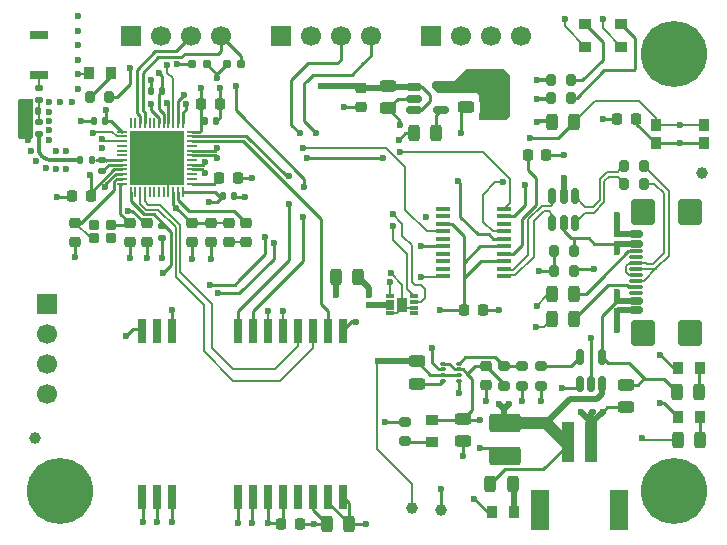
<source format=gbr>
%TF.GenerationSoftware,KiCad,Pcbnew,9.0.3*%
%TF.CreationDate,2025-07-24T10:50:38+02:00*%
%TF.ProjectId,LoRa_Project,4c6f5261-5f50-4726-9f6a-6563742e6b69,rev?*%
%TF.SameCoordinates,Original*%
%TF.FileFunction,Copper,L1,Top*%
%TF.FilePolarity,Positive*%
%FSLAX46Y46*%
G04 Gerber Fmt 4.6, Leading zero omitted, Abs format (unit mm)*
G04 Created by KiCad (PCBNEW 9.0.3) date 2025-07-24 10:50:38*
%MOMM*%
%LPD*%
G01*
G04 APERTURE LIST*
G04 Aperture macros list*
%AMRoundRect*
0 Rectangle with rounded corners*
0 $1 Rounding radius*
0 $2 $3 $4 $5 $6 $7 $8 $9 X,Y pos of 4 corners*
0 Add a 4 corners polygon primitive as box body*
4,1,4,$2,$3,$4,$5,$6,$7,$8,$9,$2,$3,0*
0 Add four circle primitives for the rounded corners*
1,1,$1+$1,$2,$3*
1,1,$1+$1,$4,$5*
1,1,$1+$1,$6,$7*
1,1,$1+$1,$8,$9*
0 Add four rect primitives between the rounded corners*
20,1,$1+$1,$2,$3,$4,$5,0*
20,1,$1+$1,$4,$5,$6,$7,0*
20,1,$1+$1,$6,$7,$8,$9,0*
20,1,$1+$1,$8,$9,$2,$3,0*%
G04 Aperture macros list end*
%TA.AperFunction,ComponentPad*%
%ADD10R,1.700000X1.700000*%
%TD*%
%TA.AperFunction,ComponentPad*%
%ADD11C,1.700000*%
%TD*%
%TA.AperFunction,SMDPad,CuDef*%
%ADD12RoundRect,0.150000X0.150000X-0.512500X0.150000X0.512500X-0.150000X0.512500X-0.150000X-0.512500X0*%
%TD*%
%TA.AperFunction,SMDPad,CuDef*%
%ADD13RoundRect,0.100000X-0.300000X-0.450000X0.300000X-0.450000X0.300000X0.450000X-0.300000X0.450000X0*%
%TD*%
%TA.AperFunction,SMDPad,CuDef*%
%ADD14C,1.000000*%
%TD*%
%TA.AperFunction,SMDPad,CuDef*%
%ADD15RoundRect,0.225000X-0.225000X-0.250000X0.225000X-0.250000X0.225000X0.250000X-0.225000X0.250000X0*%
%TD*%
%TA.AperFunction,SMDPad,CuDef*%
%ADD16RoundRect,0.218750X-0.218750X-0.256250X0.218750X-0.256250X0.218750X0.256250X-0.218750X0.256250X0*%
%TD*%
%TA.AperFunction,SMDPad,CuDef*%
%ADD17RoundRect,0.147500X-0.147500X-0.172500X0.147500X-0.172500X0.147500X0.172500X-0.147500X0.172500X0*%
%TD*%
%TA.AperFunction,SMDPad,CuDef*%
%ADD18RoundRect,0.243750X-0.456250X0.243750X-0.456250X-0.243750X0.456250X-0.243750X0.456250X0.243750X0*%
%TD*%
%TA.AperFunction,SMDPad,CuDef*%
%ADD19RoundRect,0.147500X0.147500X0.172500X-0.147500X0.172500X-0.147500X-0.172500X0.147500X-0.172500X0*%
%TD*%
%TA.AperFunction,SMDPad,CuDef*%
%ADD20RoundRect,0.100000X0.450000X-0.300000X0.450000X0.300000X-0.450000X0.300000X-0.450000X-0.300000X0*%
%TD*%
%TA.AperFunction,SMDPad,CuDef*%
%ADD21RoundRect,0.160000X-0.197500X-0.160000X0.197500X-0.160000X0.197500X0.160000X-0.197500X0.160000X0*%
%TD*%
%TA.AperFunction,ComponentPad*%
%ADD22C,3.600000*%
%TD*%
%TA.AperFunction,ConnectorPad*%
%ADD23C,5.600000*%
%TD*%
%TA.AperFunction,SMDPad,CuDef*%
%ADD24RoundRect,0.050000X0.200000X0.100000X-0.200000X0.100000X-0.200000X-0.100000X0.200000X-0.100000X0*%
%TD*%
%TA.AperFunction,SMDPad,CuDef*%
%ADD25RoundRect,0.243750X0.243750X0.456250X-0.243750X0.456250X-0.243750X-0.456250X0.243750X-0.456250X0*%
%TD*%
%TA.AperFunction,SMDPad,CuDef*%
%ADD26RoundRect,0.218750X-0.256250X0.218750X-0.256250X-0.218750X0.256250X-0.218750X0.256250X0.218750X0*%
%TD*%
%TA.AperFunction,SMDPad,CuDef*%
%ADD27RoundRect,0.243750X-0.243750X-0.456250X0.243750X-0.456250X0.243750X0.456250X-0.243750X0.456250X0*%
%TD*%
%TA.AperFunction,SMDPad,CuDef*%
%ADD28RoundRect,0.200000X-0.275000X0.200000X-0.275000X-0.200000X0.275000X-0.200000X0.275000X0.200000X0*%
%TD*%
%TA.AperFunction,SMDPad,CuDef*%
%ADD29RoundRect,0.200000X0.250000X0.200000X-0.250000X0.200000X-0.250000X-0.200000X0.250000X-0.200000X0*%
%TD*%
%TA.AperFunction,SMDPad,CuDef*%
%ADD30RoundRect,0.200000X0.275000X-0.200000X0.275000X0.200000X-0.275000X0.200000X-0.275000X-0.200000X0*%
%TD*%
%TA.AperFunction,SMDPad,CuDef*%
%ADD31RoundRect,0.150000X-0.150000X0.512500X-0.150000X-0.512500X0.150000X-0.512500X0.150000X0.512500X0*%
%TD*%
%TA.AperFunction,SMDPad,CuDef*%
%ADD32R,0.800000X2.000000*%
%TD*%
%TA.AperFunction,SMDPad,CuDef*%
%ADD33RoundRect,0.200000X0.200000X0.275000X-0.200000X0.275000X-0.200000X-0.275000X0.200000X-0.275000X0*%
%TD*%
%TA.AperFunction,SMDPad,CuDef*%
%ADD34RoundRect,0.150000X-0.512500X-0.150000X0.512500X-0.150000X0.512500X0.150000X-0.512500X0.150000X0*%
%TD*%
%TA.AperFunction,SMDPad,CuDef*%
%ADD35R,1.200000X0.400000*%
%TD*%
%TA.AperFunction,SMDPad,CuDef*%
%ADD36R,0.750000X0.300000*%
%TD*%
%TA.AperFunction,SMDPad,CuDef*%
%ADD37R,0.900000X1.300000*%
%TD*%
%TA.AperFunction,SMDPad,CuDef*%
%ADD38RoundRect,0.050000X0.350000X0.050000X-0.350000X0.050000X-0.350000X-0.050000X0.350000X-0.050000X0*%
%TD*%
%TA.AperFunction,SMDPad,CuDef*%
%ADD39RoundRect,0.050000X0.050000X0.350000X-0.050000X0.350000X-0.050000X-0.350000X0.050000X-0.350000X0*%
%TD*%
%TA.AperFunction,HeatsinkPad*%
%ADD40C,0.500000*%
%TD*%
%TA.AperFunction,HeatsinkPad*%
%ADD41R,4.600000X4.600000*%
%TD*%
%TA.AperFunction,SMDPad,CuDef*%
%ADD42RoundRect,0.150000X0.425000X-0.150000X0.425000X0.150000X-0.425000X0.150000X-0.425000X-0.150000X0*%
%TD*%
%TA.AperFunction,SMDPad,CuDef*%
%ADD43RoundRect,0.075000X0.500000X-0.075000X0.500000X0.075000X-0.500000X0.075000X-0.500000X-0.075000X0*%
%TD*%
%TA.AperFunction,SMDPad,CuDef*%
%ADD44RoundRect,0.250000X0.750000X-0.840000X0.750000X0.840000X-0.750000X0.840000X-0.750000X-0.840000X0*%
%TD*%
%TA.AperFunction,SMDPad,CuDef*%
%ADD45RoundRect,0.200000X-0.200000X-0.275000X0.200000X-0.275000X0.200000X0.275000X-0.200000X0.275000X0*%
%TD*%
%TA.AperFunction,SMDPad,CuDef*%
%ADD46RoundRect,0.140000X-0.170000X0.140000X-0.170000X-0.140000X0.170000X-0.140000X0.170000X0.140000X0*%
%TD*%
%TA.AperFunction,SMDPad,CuDef*%
%ADD47RoundRect,0.218750X0.218750X0.256250X-0.218750X0.256250X-0.218750X-0.256250X0.218750X-0.256250X0*%
%TD*%
%TA.AperFunction,SMDPad,CuDef*%
%ADD48RoundRect,0.218750X0.256250X-0.218750X0.256250X0.218750X-0.256250X0.218750X-0.256250X-0.218750X0*%
%TD*%
%TA.AperFunction,SMDPad,CuDef*%
%ADD49RoundRect,0.147500X0.172500X-0.147500X0.172500X0.147500X-0.172500X0.147500X-0.172500X-0.147500X0*%
%TD*%
%TA.AperFunction,SMDPad,CuDef*%
%ADD50RoundRect,0.147500X-0.172500X0.147500X-0.172500X-0.147500X0.172500X-0.147500X0.172500X0.147500X0*%
%TD*%
%TA.AperFunction,SMDPad,CuDef*%
%ADD51RoundRect,0.160000X0.197500X0.160000X-0.197500X0.160000X-0.197500X-0.160000X0.197500X-0.160000X0*%
%TD*%
%TA.AperFunction,SMDPad,CuDef*%
%ADD52RoundRect,0.320000X-1.030000X0.480000X-1.030000X-0.480000X1.030000X-0.480000X1.030000X0.480000X0*%
%TD*%
%TA.AperFunction,SMDPad,CuDef*%
%ADD53R,0.900000X1.000000*%
%TD*%
%TA.AperFunction,SMDPad,CuDef*%
%ADD54R,1.000000X3.500000*%
%TD*%
%TA.AperFunction,SMDPad,CuDef*%
%ADD55R,1.500000X3.400000*%
%TD*%
%TA.AperFunction,SMDPad,CuDef*%
%ADD56R,1.600000X0.800000*%
%TD*%
%TA.AperFunction,ViaPad*%
%ADD57C,0.600000*%
%TD*%
%TA.AperFunction,ViaPad*%
%ADD58C,1.000000*%
%TD*%
%TA.AperFunction,Conductor*%
%ADD59C,0.200000*%
%TD*%
%TA.AperFunction,Conductor*%
%ADD60C,0.250000*%
%TD*%
%TA.AperFunction,Conductor*%
%ADD61C,0.500000*%
%TD*%
%TA.AperFunction,Conductor*%
%ADD62C,0.350000*%
%TD*%
%TA.AperFunction,Conductor*%
%ADD63C,1.000000*%
%TD*%
%TA.AperFunction,Conductor*%
%ADD64C,0.340000*%
%TD*%
G04 APERTURE END LIST*
D10*
%TO.P,J3,1,Pin_1*%
%TO.N,+3V3*%
X212690000Y-54500000D03*
D11*
%TO.P,J3,2,Pin_2*%
%TO.N,GND*%
X215230000Y-54500000D03*
%TO.P,J3,3,Pin_3*%
%TO.N,I2C_SDA*%
X217770000Y-54500000D03*
%TO.P,J3,4,Pin_4*%
%TO.N,I2C_SCL*%
X220310000Y-54500000D03*
%TD*%
D12*
%TO.P,U4,1,STAT*%
%TO.N,Net-(U4-STAT)*%
X237999999Y-84000000D03*
%TO.P,U4,2,V_{SS}*%
%TO.N,GND*%
X238949999Y-84000000D03*
%TO.P,U4,3,V_{BAT}*%
%TO.N,+BATT*%
X239899999Y-84000000D03*
%TO.P,U4,4,V_{DD}*%
%TO.N,VBUS*%
X239899999Y-81725000D03*
%TO.P,U4,5,PROG*%
%TO.N,Net-(U4-PROG)*%
X237999999Y-81725000D03*
%TD*%
D13*
%TO.P,D7,1,K*%
%TO.N,GND*%
X196436500Y-57658000D03*
%TO.P,D7,2,A*%
%TO.N,Net-(D7-A)*%
X198336498Y-57658000D03*
%TD*%
D14*
%TO.P,TP5,1,1*%
%TO.N,+3V3*%
X226300000Y-94600000D03*
%TD*%
D15*
%TO.P,C12,1*%
%TO.N,Net-(U6-~{RESET})*%
X233625000Y-64600000D03*
%TO.P,C12,2*%
%TO.N,GND*%
X235175000Y-64600000D03*
%TD*%
D16*
%TO.P,C27,1*%
%TO.N,GND*%
X241212500Y-61500000D03*
%TO.P,C27,2*%
X242787500Y-61500000D03*
%TD*%
D17*
%TO.P,C10,1*%
%TO.N,+3V3*%
X206259000Y-61728000D03*
%TO.P,C10,2*%
%TO.N,GND*%
X207229000Y-61728000D03*
%TD*%
D18*
%TO.P,C5,1*%
%TO.N,+3V3*%
X228362500Y-58662500D03*
%TO.P,C5,2*%
%TO.N,GND*%
X228362500Y-60537500D03*
%TD*%
D19*
%TO.P,C8,1*%
%TO.N,+3V3*%
X202669000Y-59182000D03*
%TO.P,C8,2*%
%TO.N,GND*%
X201699000Y-59182000D03*
%TD*%
D20*
%TO.P,D6,1,K*%
%TO.N,Net-(D6-K)*%
X225500000Y-88900000D03*
%TO.P,D6,2,A*%
%TO.N,VBUS*%
X225500000Y-87000002D03*
%TD*%
D21*
%TO.P,R15,1*%
%TO.N,+3V3*%
X208129500Y-56886000D03*
%TO.P,R15,2*%
%TO.N,I2C_SCL*%
X209324500Y-56886000D03*
%TD*%
D14*
%TO.P,TP4,1,1*%
%TO.N,/Power/V_SW*%
X223800000Y-94500000D03*
%TD*%
D20*
%TO.P,D2,1,K*%
%TO.N,/Peripherals/TXLED*%
X241540000Y-55399999D03*
%TO.P,D2,2,A*%
%TO.N,Net-(D2-A)*%
X241540000Y-53500001D03*
%TD*%
D22*
%TO.P,H3,1,1*%
%TO.N,GND*%
X194000000Y-93000000D03*
D23*
X194000000Y-93000000D03*
%TD*%
D24*
%TO.P,U1,1,GND*%
%TO.N,GND*%
X227785800Y-83737499D03*
%TO.P,U1,2,VOUT*%
%TO.N,/Power/V_SW*%
X227785800Y-83237499D03*
%TO.P,U1,3,VIN1*%
%TO.N,VBUS*%
X227785800Y-82737499D03*
%TO.P,U1,4,PR1*%
%TO.N,Net-(U1-PR1)*%
X227785800Y-82237499D03*
%TO.P,U1,5,MODE*%
%TO.N,VBUS*%
X226414200Y-82237499D03*
%TO.P,U1,6,VIN2*%
%TO.N,+BATT*%
X226414200Y-82737499D03*
%TO.P,U1,7,VOUT*%
%TO.N,/Power/V_SW*%
X226414200Y-83237499D03*
%TO.P,U1,8,ST*%
%TO.N,Net-(U1-ST)*%
X226414200Y-83737499D03*
%TD*%
D25*
%TO.P,C6,1*%
%TO.N,+BATT*%
X219287500Y-74900000D03*
%TO.P,C6,2*%
%TO.N,GND*%
X217412500Y-74900000D03*
%TD*%
D26*
%TO.P,C21,1*%
%TO.N,/nRF52840 and LoRa/DEC4_6*%
X206804000Y-70358000D03*
%TO.P,C21,2*%
%TO.N,GND*%
X206804000Y-71933002D03*
%TD*%
D27*
%TO.P,R10,1*%
%TO.N,+BATT*%
X230462499Y-92400000D03*
%TO.P,R10,2*%
%TO.N,Net-(D4-A)*%
X232337501Y-92400000D03*
%TD*%
D18*
%TO.P,R5,1*%
%TO.N,/Power/V_SW*%
X224200000Y-82062499D03*
%TO.P,R5,2*%
%TO.N,Net-(U1-ST)*%
X224200000Y-83937501D03*
%TD*%
D27*
%TO.P,C14,1*%
%TO.N,+3V3*%
X216625000Y-95800000D03*
%TO.P,C14,2*%
%TO.N,GND*%
X218500000Y-95800000D03*
%TD*%
D28*
%TO.P,R13,1*%
%TO.N,Net-(U4-STAT)*%
X223200000Y-87175000D03*
%TO.P,R13,2*%
%TO.N,Net-(D6-K)*%
X223200000Y-88825000D03*
%TD*%
D29*
%TO.P,Y1,*%
%TO.N,Net-(U5-XC1)*%
X196925999Y-71645499D03*
%TO.P,Y1,1,1*%
%TO.N,Net-(U5-XC2)*%
X198325999Y-70545499D03*
%TO.P,Y1,2,2*%
%TO.N,N/C*%
X196925999Y-70545499D03*
%TO.P,Y1,4*%
X198325999Y-71645499D03*
%TD*%
D26*
%TO.P,C1,1*%
%TO.N,VBUS*%
X230100000Y-82487500D03*
%TO.P,C1,2*%
%TO.N,GND*%
X230100000Y-84062500D03*
%TD*%
D30*
%TO.P,R2,1*%
%TO.N,GND*%
X233100000Y-84100000D03*
%TO.P,R2,2*%
%TO.N,Net-(U1-PR1)*%
X233100000Y-82450000D03*
%TD*%
D31*
%TO.P,U3,1,I/O1*%
%TO.N,/Power/D_N*%
X237600000Y-68075000D03*
%TO.P,U3,2,GND*%
%TO.N,GND*%
X236650001Y-68075000D03*
%TO.P,U3,3,I/O2*%
%TO.N,D-*%
X235700002Y-68075000D03*
%TO.P,U3,4,I/O2*%
%TO.N,D+*%
X235700002Y-70350000D03*
%TO.P,U3,5,VBUS*%
%TO.N,VBUS*%
X236650001Y-70350000D03*
%TO.P,U3,6,I/O1*%
%TO.N,/Power/D_P*%
X237600000Y-70350000D03*
%TD*%
D32*
%TO.P,IC2,1,GND*%
%TO.N,GND*%
X200960000Y-93500000D03*
%TO.P,IC2,2,GND*%
X202230000Y-93500000D03*
%TO.P,IC2,3,GND*%
X203500000Y-93500000D03*
%TO.P,IC2,4,GND*%
X209070000Y-93500000D03*
%TO.P,IC2,5,GND*%
X210340000Y-93500000D03*
%TO.P,IC2,6,RXEN*%
X211610000Y-93500000D03*
%TO.P,IC2,7,TXEN*%
X212880000Y-93500000D03*
%TO.P,IC2,8,DIO2*%
%TO.N,unconnected-(IC2-DIO2-Pad8)*%
X214150000Y-93500000D03*
%TO.P,IC2,9,VCC*%
%TO.N,+3V3*%
X215420000Y-93500000D03*
%TO.P,IC2,10,GND*%
%TO.N,GND*%
X216690000Y-93500000D03*
%TO.P,IC2,11,GND*%
X217960000Y-93500000D03*
%TO.P,IC2,12,GND*%
X217960000Y-79500000D03*
%TO.P,IC2,13,DIO1*%
%TO.N,/nRF52840 and LoRa/LORA_IRQ*%
X216690000Y-79500000D03*
%TO.P,IC2,14,BUSY*%
%TO.N,/nRF52840 and LoRa/LORA_BUSY*%
X215420000Y-79500000D03*
%TO.P,IC2,15,NRST*%
%TO.N,/nRF52840 and LoRa/LORA_NRST*%
X214150000Y-79500000D03*
%TO.P,IC2,16,MISO*%
%TO.N,/nRF52840 and LoRa/SPI_MISO*%
X212880000Y-79500000D03*
%TO.P,IC2,17,MOSI*%
%TO.N,/nRF52840 and LoRa/SPI_MOSI*%
X211610000Y-79500000D03*
%TO.P,IC2,18,SCK*%
%TO.N,/nRF52840 and LoRa/SPI_SCK*%
X210340000Y-79500000D03*
%TO.P,IC2,19,NSS*%
%TO.N,/nRF52840 and LoRa/LORA_SPI_CS*%
X209070000Y-79500000D03*
%TO.P,IC2,20,GND*%
%TO.N,GND*%
X203500000Y-79500000D03*
%TO.P,IC2,21,ANT*%
%TO.N,unconnected-(IC2-ANT-Pad21)*%
X202230000Y-79500000D03*
%TO.P,IC2,22,GND*%
%TO.N,GND*%
X200960000Y-79500000D03*
%TD*%
D33*
%TO.P,R16,1*%
%TO.N,/nRF52840 and LoRa/LED*%
X198183000Y-59690000D03*
%TO.P,R16,2*%
%TO.N,Net-(D7-A)*%
X196533000Y-59690000D03*
%TD*%
D10*
%TO.P,J7,1,Pin_1*%
%TO.N,+3V3*%
X192900000Y-77216000D03*
D11*
%TO.P,J7,2,Pin_2*%
%TO.N,GND*%
X192900000Y-79756000D03*
%TO.P,J7,3,Pin_3*%
%TO.N,P0.04*%
X192900000Y-82296000D03*
%TO.P,J7,4,Pin_4*%
%TO.N,P0.05*%
X192900000Y-84836000D03*
%TD*%
D17*
%TO.P,C28,1*%
%TO.N,+3V3*%
X207818000Y-68072000D03*
%TO.P,C28,2*%
%TO.N,GND*%
X208788000Y-68072000D03*
%TD*%
D19*
%TO.P,L6,1,1*%
%TO.N,Net-(U5-ANT)*%
X196682786Y-65000000D03*
%TO.P,L6,2,2*%
%TO.N,/nRF52840 and LoRa/50\u03A9*%
X195712786Y-65000000D03*
%TD*%
D27*
%TO.P,R11,1*%
%TO.N,+3V3*%
X246324999Y-88750000D03*
%TO.P,R11,2*%
%TO.N,Net-(D5-A)*%
X248200001Y-88750000D03*
%TD*%
D34*
%TO.P,U2,1,IN*%
%TO.N,/Power/V_SW*%
X224025000Y-58850000D03*
%TO.P,U2,2,GND*%
%TO.N,GND*%
X224025000Y-59800000D03*
%TO.P,U2,3,EN*%
%TO.N,/Power/V_SW*%
X224025000Y-60750000D03*
%TO.P,U2,4,BP*%
%TO.N,Net-(U2-BP)*%
X226300000Y-60750000D03*
%TO.P,U2,5,OUT*%
%TO.N,+3V3*%
X226300000Y-58850000D03*
%TD*%
D35*
%TO.P,U6,1,~{DTR}*%
%TO.N,unconnected-(U6-~{DTR}-Pad1)*%
X226400000Y-69142500D03*
%TO.P,U6,2,~{RTS}*%
%TO.N,unconnected-(U6-~{RTS}-Pad2)*%
X226400000Y-69777500D03*
%TO.P,U6,3,VCCIO*%
%TO.N,+3V3*%
X226399999Y-70412500D03*
%TO.P,U6,4,RXD*%
%TO.N,UART_TXD*%
X226400000Y-71047500D03*
%TO.P,U6,5,~{RI}*%
%TO.N,unconnected-(U6-~{RI}-Pad5)*%
X226400000Y-71682500D03*
%TO.P,U6,6,GND*%
%TO.N,GND*%
X226400000Y-72317500D03*
%TO.P,U6,7,~{DSR}*%
%TO.N,unconnected-(U6-~{DSR}-Pad7)*%
X226400000Y-72952500D03*
%TO.P,U6,8,~{DCD}*%
%TO.N,unconnected-(U6-~{DCD}-Pad8)*%
X226399999Y-73587500D03*
%TO.P,U6,9,~{CTS}*%
%TO.N,unconnected-(U6-~{CTS}-Pad9)*%
X226400000Y-74222500D03*
%TO.P,U6,10,CBUS2*%
%TO.N,/Peripherals/TXLED*%
X226400000Y-74857500D03*
%TO.P,U6,11,USBDP*%
%TO.N,D+*%
X231600000Y-74857500D03*
%TO.P,U6,12,USBDM*%
%TO.N,D-*%
X231600000Y-74222500D03*
%TO.P,U6,13,3V3OUT*%
%TO.N,+3V3*%
X231600001Y-73587500D03*
%TO.P,U6,14,~{RESET}*%
%TO.N,Net-(U6-~{RESET})*%
X231600000Y-72952500D03*
%TO.P,U6,15,VCC*%
%TO.N,+3V3*%
X231600000Y-72317500D03*
%TO.P,U6,16,GND*%
%TO.N,GND*%
X231600000Y-71682500D03*
%TO.P,U6,17,CBUS1*%
%TO.N,/Peripherals/RXLED*%
X231600000Y-71047500D03*
%TO.P,U6,18,CBUS0*%
%TO.N,unconnected-(U6-CBUS0-Pad18)*%
X231600001Y-70412500D03*
%TO.P,U6,19,CBUS3*%
%TO.N,Net-(U6-CBUS3)*%
X231600000Y-69777500D03*
%TO.P,U6,20,TXD*%
%TO.N,UART_RXD*%
X231600000Y-69142500D03*
%TD*%
D13*
%TO.P,D3,1,K*%
%TO.N,GND*%
X246300001Y-82650000D03*
%TO.P,D3,2,A*%
%TO.N,Net-(D3-A)*%
X248199999Y-82650000D03*
%TD*%
D28*
%TO.P,R12,1*%
%TO.N,Net-(U4-PROG)*%
X234700000Y-82475000D03*
%TO.P,R12,2*%
%TO.N,GND*%
X234700000Y-84125000D03*
%TD*%
D36*
%TO.P,IC1,1,CTG*%
%TO.N,GND*%
X221950000Y-76500000D03*
%TO.P,IC1,2,CELL*%
%TO.N,+BATT*%
X221950000Y-77000000D03*
%TO.P,IC1,3,VDD*%
X221950000Y-77500000D03*
%TO.P,IC1,4,GND*%
%TO.N,GND*%
X221950000Y-78000000D03*
%TO.P,IC1,5,~{ALRT}*%
%TO.N,unconnected-(IC1-~{ALRT}-Pad5)*%
X223950000Y-78000000D03*
%TO.P,IC1,6,QSTRT*%
%TO.N,GND*%
X223950000Y-77500000D03*
%TO.P,IC1,7,SCL*%
%TO.N,I2C_SCL*%
X223950000Y-77000000D03*
%TO.P,IC1,8,SDA*%
%TO.N,I2C_SDA*%
X223950000Y-76500000D03*
D37*
%TO.P,IC1,9,EP*%
%TO.N,GND*%
X222950000Y-77250000D03*
%TD*%
D38*
%TO.P,U5,1,DEC1*%
%TO.N,Net-(U5-DEC1)*%
X205150000Y-67000000D03*
%TO.P,U5,2,P0.00*%
%TO.N,unconnected-(U5-P0.00-Pad2)*%
X205150000Y-66600000D03*
%TO.P,U5,3,P0.01*%
%TO.N,unconnected-(U5-P0.01-Pad3)*%
X205150000Y-66199999D03*
%TO.P,U5,4,P0.04*%
%TO.N,P0.04*%
X205150000Y-65800000D03*
%TO.P,U5,5,P0.05*%
%TO.N,P0.05*%
X205150000Y-65400000D03*
%TO.P,U5,6,P0.07*%
%TO.N,unconnected-(U5-P0.07-Pad6)*%
X205150000Y-64999999D03*
%TO.P,U5,7,P0.08*%
%TO.N,UART_RXD*%
X205150000Y-64600001D03*
%TO.P,U5,8,P1.08*%
%TO.N,UART_TXD*%
X205150000Y-64200000D03*
%TO.P,U5,9,P1.09*%
%TO.N,unconnected-(U5-P1.09-Pad9)*%
X205150000Y-63800000D03*
%TO.P,U5,10,P0.11*%
%TO.N,/nRF52840 and LoRa/LORA_IRQ*%
X205150000Y-63400001D03*
%TO.P,U5,11,P0.12*%
%TO.N,/nRF52840 and LoRa/LORA_SPI_CS*%
X205150000Y-63000000D03*
%TO.P,U5,12,VDD*%
%TO.N,+3V3*%
X205150000Y-62600000D03*
D39*
%TO.P,U5,13,P0.13*%
%TO.N,/nRF52840 and LoRa/SPI_MOSI*%
X204400000Y-61850000D03*
%TO.P,U5,14,P0.14*%
%TO.N,/nRF52840 and LoRa/SPI_MISO*%
X204000000Y-61850000D03*
%TO.P,U5,15,P0.17*%
%TO.N,/nRF52840 and LoRa/LED*%
X203599999Y-61850000D03*
%TO.P,U5,16,~{RESET}*%
%TO.N,Net-(U5-~{RESET})*%
X203200000Y-61850000D03*
%TO.P,U5,17,VDD*%
%TO.N,+3V3*%
X202800000Y-61850000D03*
%TO.P,U5,18,P0.19*%
%TO.N,/nRF52840 and LoRa/SPI_SCK*%
X202399999Y-61850000D03*
%TO.P,U5,19,P0.20*%
%TO.N,unconnected-(U5-P0.20-Pad19)*%
X202000001Y-61850000D03*
%TO.P,U5,20,P0.21*%
%TO.N,unconnected-(U5-P0.21-Pad20)*%
X201600000Y-61850000D03*
%TO.P,U5,21,P0.22*%
%TO.N,I2C_SCL*%
X201200000Y-61850000D03*
%TO.P,U5,22,P0.23*%
%TO.N,I2C_SDA*%
X200800001Y-61850000D03*
%TO.P,U5,23,P0.24*%
%TO.N,unconnected-(U5-P0.24-Pad23)*%
X200400000Y-61850000D03*
%TO.P,U5,24,P1.00*%
%TO.N,unconnected-(U5-P1.00-Pad24)*%
X200000000Y-61850000D03*
D38*
%TO.P,U5,25,VDD*%
%TO.N,+3V3*%
X199250000Y-62600000D03*
%TO.P,U5,26,SWDIO*%
%TO.N,SWD_IO*%
X199250000Y-63000000D03*
%TO.P,U5,27,SWDCLK*%
%TO.N,SWD_CLK*%
X199250000Y-63400001D03*
%TO.P,U5,28,NC*%
%TO.N,unconnected-(U5-NC-Pad28)*%
X199250000Y-63800000D03*
%TO.P,U5,29,P0.09*%
%TO.N,unconnected-(U5-P0.09-Pad29)*%
X199250000Y-64200000D03*
%TO.P,U5,30,P0.10*%
%TO.N,unconnected-(U5-P0.10-Pad30)*%
X199250000Y-64600001D03*
%TO.P,U5,31,ANT*%
%TO.N,Net-(U5-ANT)*%
X199250000Y-64999999D03*
%TO.P,U5,32,VSS_PA_GND*%
%TO.N,GND*%
X199250000Y-65400000D03*
%TO.P,U5,33,DEC6*%
%TO.N,/nRF52840 and LoRa/DEC4_6*%
X199250000Y-65800000D03*
%TO.P,U5,34,DEC3*%
%TO.N,Net-(U5-DEC3)*%
X199250000Y-66199999D03*
%TO.P,U5,35,XC1*%
%TO.N,Net-(U5-XC1)*%
X199250000Y-66600000D03*
%TO.P,U5,36,XC2*%
%TO.N,Net-(U5-XC2)*%
X199250000Y-67000000D03*
D39*
%TO.P,U5,37,VDD*%
%TO.N,+3V3*%
X200000000Y-67750000D03*
%TO.P,U5,38,P1.15*%
%TO.N,unconnected-(U5-P1.15-Pad38)*%
X200400000Y-67750000D03*
%TO.P,U5,39,P0.03*%
%TO.N,/nRF52840 and LoRa/LORA_BUSY*%
X200800001Y-67750000D03*
%TO.P,U5,40,P0.02*%
%TO.N,/nRF52840 and LoRa/LORA_NRST*%
X201200000Y-67750000D03*
%TO.P,U5,41,P0.28*%
%TO.N,unconnected-(U5-P0.28-Pad41)*%
X201600000Y-67750000D03*
%TO.P,U5,42,P0.29*%
%TO.N,unconnected-(U5-P0.29-Pad42)*%
X202000001Y-67750000D03*
%TO.P,U5,43,P0.30*%
%TO.N,unconnected-(U5-P0.30-Pad43)*%
X202399999Y-67750000D03*
%TO.P,U5,44,P0.31*%
%TO.N,unconnected-(U5-P0.31-Pad44)*%
X202800000Y-67750000D03*
%TO.P,U5,45,VSS*%
%TO.N,GND*%
X203200000Y-67750000D03*
%TO.P,U5,46,DEC4*%
%TO.N,/nRF52840 and LoRa/DEC4_6*%
X203599999Y-67750000D03*
%TO.P,U5,47,DCC*%
%TO.N,Net-(U5-DCC)*%
X204000000Y-67750000D03*
%TO.P,U5,48,VDD*%
%TO.N,+3V3*%
X204400000Y-67750000D03*
D40*
%TO.P,U5,49,VSS*%
%TO.N,GND*%
X204000000Y-66600000D03*
X204000000Y-65400000D03*
X204000000Y-64200000D03*
X204000000Y-63000000D03*
X202800000Y-66600000D03*
X202800000Y-65400000D03*
X202800000Y-64200000D03*
X202800000Y-63000000D03*
D41*
X202200000Y-64800000D03*
D40*
X201600000Y-66600000D03*
X201600000Y-65400000D03*
X201600000Y-64200000D03*
X201600000Y-63000000D03*
X200400000Y-66600000D03*
X200400000Y-65400000D03*
X200400000Y-64200000D03*
X200400000Y-63000000D03*
%TD*%
D42*
%TO.P,J2,A1,GND*%
%TO.N,GND*%
X242820000Y-77700000D03*
%TO.P,J2,A4,VBUS*%
%TO.N,VBUS*%
X242820000Y-76900000D03*
D43*
%TO.P,J2,A5,CC1*%
%TO.N,Net-(J2-CC1)*%
X242820000Y-75750000D03*
%TO.P,J2,A6,D+*%
%TO.N,/Power/USB_D+*%
X242820000Y-74750000D03*
%TO.P,J2,A7,D-*%
%TO.N,/Power/USB_D-*%
X242820000Y-74250000D03*
%TO.P,J2,A8,SBU1*%
%TO.N,unconnected-(J2-SBU1-PadA8)*%
X242820000Y-73250000D03*
D42*
%TO.P,J2,A9,VBUS*%
%TO.N,VBUS*%
X242820000Y-72100000D03*
%TO.P,J2,A12,GND*%
%TO.N,GND*%
X242820000Y-71300000D03*
%TO.P,J2,B1,GND*%
X242820000Y-71300000D03*
%TO.P,J2,B4,VBUS*%
%TO.N,VBUS*%
X242820000Y-72100000D03*
D43*
%TO.P,J2,B5,CC2*%
%TO.N,Net-(J2-CC2)*%
X242820000Y-72750000D03*
%TO.P,J2,B6,D+*%
%TO.N,/Power/USB_D+*%
X242820000Y-73750000D03*
%TO.P,J2,B7,D-*%
%TO.N,/Power/USB_D-*%
X242820000Y-75250000D03*
%TO.P,J2,B8,SBU2*%
%TO.N,unconnected-(J2-SBU2-PadB8)*%
X242820000Y-76250000D03*
D42*
%TO.P,J2,B9,VBUS*%
%TO.N,VBUS*%
X242820000Y-76900000D03*
%TO.P,J2,B12,GND*%
%TO.N,GND*%
X242820000Y-77700000D03*
D44*
%TO.P,J2,S1,SHIELD*%
%TO.N,unconnected-(J2-SHIELD-PadS1)*%
X243395000Y-79610000D03*
%TO.N,unconnected-(J2-SHIELD-PadS1)_3*%
X247325000Y-79610000D03*
%TO.N,unconnected-(J2-SHIELD-PadS1)_2*%
X243395000Y-69390000D03*
%TO.N,unconnected-(J2-SHIELD-PadS1)_1*%
X247325000Y-69390000D03*
%TD*%
D22*
%TO.P,H2,1,1*%
%TO.N,GND*%
X245999999Y-56000001D03*
D23*
X245999999Y-56000001D03*
%TD*%
D45*
%TO.P,R8,1*%
%TO.N,+3V3*%
X235600000Y-58250000D03*
%TO.P,R8,2*%
%TO.N,Net-(D1-A)*%
X237250000Y-58250000D03*
%TD*%
%TO.P,R18,1*%
%TO.N,Net-(U6-CBUS3)*%
X235875000Y-74400000D03*
%TO.P,R18,2*%
%TO.N,GND*%
X237525000Y-74400000D03*
%TD*%
D17*
%TO.P,L5,1,1*%
%TO.N,GND*%
X191215000Y-60850000D03*
%TO.P,L5,2,2*%
%TO.N,Net-(C30-Pad2)*%
X192185000Y-60850000D03*
%TD*%
D19*
%TO.P,C26,1*%
%TO.N,+3V3*%
X197843000Y-61722000D03*
%TO.P,C26,2*%
%TO.N,GND*%
X196873000Y-61722000D03*
%TD*%
D27*
%TO.P,R20,1*%
%TO.N,+3V3*%
X235662499Y-61750000D03*
%TO.P,R20,2*%
%TO.N,Net-(U5-~{RESET})*%
X237537501Y-61750000D03*
%TD*%
D10*
%TO.P,J6,1,Pin_1*%
%TO.N,+3V3*%
X225420001Y-54500000D03*
D11*
%TO.P,J6,2,Pin_2*%
%TO.N,GND*%
X227960001Y-54500000D03*
%TO.P,J6,3,Pin_3*%
%TO.N,SWD_CLK*%
X230500001Y-54500000D03*
%TO.P,J6,4,Pin_4*%
%TO.N,SWD_IO*%
X233040001Y-54500000D03*
%TD*%
D26*
%TO.P,C24,1*%
%TO.N,Net-(U5-DEC3)*%
X201422000Y-70357999D03*
%TO.P,C24,2*%
%TO.N,GND*%
X201422000Y-71932999D03*
%TD*%
D46*
%TO.P,C31,1*%
%TO.N,Net-(U5-ANT)*%
X197612000Y-65000000D03*
%TO.P,C31,2*%
%TO.N,GND*%
X197612000Y-65960000D03*
%TD*%
D25*
%TO.P,R3,1*%
%TO.N,Net-(J2-CC1)*%
X237574000Y-78426000D03*
%TO.P,R3,2*%
%TO.N,GND*%
X235698998Y-78426000D03*
%TD*%
D26*
%TO.P,L3,1,1*%
%TO.N,/nRF52840 and LoRa/DEC4_6*%
X208304000Y-70358000D03*
%TO.P,L3,2,2*%
%TO.N,Net-(L2-Pad1)*%
X208304000Y-71933002D03*
%TD*%
D47*
%TO.P,C11,1*%
%TO.N,GND*%
X229799999Y-77700000D03*
%TO.P,C11,2*%
%TO.N,+3V3*%
X228224999Y-77700000D03*
%TD*%
D48*
%TO.P,C25,1*%
%TO.N,GND*%
X199926000Y-71933000D03*
%TO.P,C25,2*%
%TO.N,Net-(U5-XC2)*%
X199926000Y-70357998D03*
%TD*%
D26*
%TO.P,C23,1*%
%TO.N,/nRF52840 and LoRa/DEC4_6*%
X205206000Y-70357999D03*
%TO.P,C23,2*%
%TO.N,GND*%
X205206000Y-71932999D03*
%TD*%
D48*
%TO.P,L2,1,1*%
%TO.N,Net-(L2-Pad1)*%
X209804000Y-71933002D03*
%TO.P,L2,2,2*%
%TO.N,Net-(U5-DCC)*%
X209804000Y-70358000D03*
%TD*%
D16*
%TO.P,C20,1*%
%TO.N,+3V3*%
X205956500Y-60278000D03*
%TO.P,C20,2*%
%TO.N,GND*%
X207531500Y-60278000D03*
%TD*%
D13*
%TO.P,D5,1,K*%
%TO.N,GND*%
X246300001Y-86730000D03*
%TO.P,D5,2,A*%
%TO.N,Net-(D5-A)*%
X248199999Y-86730000D03*
%TD*%
D30*
%TO.P,R1,1*%
%TO.N,VBUS*%
X231600000Y-84100000D03*
%TO.P,R1,2*%
%TO.N,Net-(U1-PR1)*%
X231600000Y-82450000D03*
%TD*%
D49*
%TO.P,L4,1,1*%
%TO.N,Net-(C30-Pad2)*%
X192200000Y-59900000D03*
%TO.P,L4,2,2*%
%TO.N,Net-(E1-Pad1)*%
X192200000Y-58930000D03*
%TD*%
D45*
%TO.P,R7,1*%
%TO.N,+3V3*%
X235600000Y-59750000D03*
%TO.P,R7,2*%
%TO.N,Net-(D2-A)*%
X237250000Y-59750000D03*
%TD*%
D18*
%TO.P,C19,1*%
%TO.N,/Power/V_SW*%
X221762500Y-58762500D03*
%TO.P,C19,2*%
%TO.N,GND*%
X221762500Y-60637500D03*
%TD*%
D50*
%TO.P,C29,1*%
%TO.N,+3V3*%
X202692000Y-70612000D03*
%TO.P,C29,2*%
%TO.N,GND*%
X202692000Y-71582000D03*
%TD*%
D51*
%TO.P,R14,1*%
%TO.N,+3V3*%
X206427000Y-56896000D03*
%TO.P,R14,2*%
%TO.N,I2C_SDA*%
X205232000Y-56896000D03*
%TD*%
D47*
%TO.P,C22,1*%
%TO.N,/nRF52840 and LoRa/DEC4_6*%
X196621501Y-68072000D03*
%TO.P,C22,2*%
%TO.N,GND*%
X195046499Y-68072000D03*
%TD*%
D52*
%TO.P,C7,1*%
%TO.N,+BATT*%
X231700000Y-87250001D03*
%TO.P,C7,2*%
%TO.N,GND*%
X231700000Y-90049999D03*
%TD*%
D47*
%TO.P,C13,1*%
%TO.N,+3V3*%
X214337501Y-95800000D03*
%TO.P,C13,2*%
%TO.N,GND*%
X212762501Y-95800000D03*
%TD*%
D53*
%TO.P,RST1,1*%
%TO.N,Net-(U5-~{RESET})*%
X248550000Y-62000000D03*
%TO.P,RST1,2*%
%TO.N,GND*%
X248550000Y-63600000D03*
%TO.P,RST1,3*%
X244450000Y-63600000D03*
%TO.P,RST1,4*%
%TO.N,Net-(U5-~{RESET})*%
X244450000Y-62000000D03*
%TD*%
D14*
%TO.P,FID2,*%
%TO.N,*%
X191900000Y-88500000D03*
%TD*%
D18*
%TO.P,C18,1*%
%TO.N,VBUS*%
X228100000Y-86962500D03*
%TO.P,C18,2*%
%TO.N,GND*%
X228100000Y-88837500D03*
%TD*%
D10*
%TO.P,J1,1,Pin_1*%
%TO.N,+3V3*%
X200000000Y-54500000D03*
D11*
%TO.P,J1,2,Pin_2*%
%TO.N,GND*%
X202540000Y-54500000D03*
%TO.P,J1,3,Pin_3*%
%TO.N,I2C_SDA*%
X205080000Y-54500000D03*
%TO.P,J1,4,Pin_4*%
%TO.N,I2C_SCL*%
X207620000Y-54500000D03*
%TD*%
D27*
%TO.P,R4,1*%
%TO.N,GND*%
X235698998Y-76376000D03*
%TO.P,R4,2*%
%TO.N,Net-(J2-CC2)*%
X237574000Y-76376000D03*
%TD*%
D33*
%TO.P,R19,1*%
%TO.N,/Power/USB_D+*%
X243425000Y-67000000D03*
%TO.P,R19,2*%
%TO.N,/Power/D_P*%
X241775000Y-67000000D03*
%TD*%
D13*
%TO.P,D4,1,K*%
%TO.N,GND*%
X230550001Y-94825000D03*
%TO.P,D4,2,A*%
%TO.N,Net-(D4-A)*%
X232449999Y-94825000D03*
%TD*%
D14*
%TO.P,FID1,*%
%TO.N,*%
X248400000Y-66100000D03*
%TD*%
D18*
%TO.P,C17,1*%
%TO.N,VBUS*%
X241900000Y-84062499D03*
%TO.P,C17,2*%
%TO.N,GND*%
X241900000Y-85937501D03*
%TD*%
D25*
%TO.P,C4,1*%
%TO.N,Net-(U2-BP)*%
X225825000Y-62725000D03*
%TO.P,C4,2*%
%TO.N,GND*%
X223950000Y-62725000D03*
%TD*%
D49*
%TO.P,C30,2*%
%TO.N,Net-(C30-Pad2)*%
X192200000Y-61815000D03*
%TO.P,C30,1*%
%TO.N,/nRF52840 and LoRa/50\u03A9*%
X192200000Y-62785000D03*
%TD*%
D54*
%TO.P,J4,1,Pin_1*%
%TO.N,+BATT*%
X237000000Y-88875000D03*
%TO.P,J4,2,Pin_2*%
%TO.N,GND*%
X239000000Y-88875000D03*
D55*
%TO.P,J4,P1*%
%TO.N,N/C*%
X234650000Y-94625000D03*
%TO.P,J4,P2*%
X241350000Y-94625000D03*
%TD*%
D22*
%TO.P,H4,1,1*%
%TO.N,GND*%
X245999999Y-92999999D03*
D23*
X245999999Y-92999999D03*
%TD*%
D27*
%TO.P,R9,1*%
%TO.N,VBUS*%
X246262499Y-84650000D03*
%TO.P,R9,2*%
%TO.N,Net-(D3-A)*%
X248137501Y-84650000D03*
%TD*%
D26*
%TO.P,C2,1*%
%TO.N,/Power/V_SW*%
X219462500Y-58912500D03*
%TO.P,C2,2*%
%TO.N,GND*%
X219462500Y-60487500D03*
%TD*%
D56*
%TO.P,E1,1*%
%TO.N,Net-(E1-Pad1)*%
X192200000Y-57800001D03*
%TO.P,E1,2*%
%TO.N,unconnected-(E1-Pad2)*%
X192200000Y-54399999D03*
%TD*%
D33*
%TO.P,R21,1*%
%TO.N,/Power/USB_D-*%
X243425000Y-65500000D03*
%TO.P,R21,2*%
%TO.N,/Power/D_N*%
X241775000Y-65500000D03*
%TD*%
D16*
%TO.P,C3,1*%
%TO.N,Net-(U5-DEC1)*%
X207492500Y-66548000D03*
%TO.P,C3,2*%
%TO.N,GND*%
X209067500Y-66548000D03*
%TD*%
D20*
%TO.P,D1,1,K*%
%TO.N,/Peripherals/RXLED*%
X238500000Y-55399998D03*
%TO.P,D1,2,A*%
%TO.N,Net-(D1-A)*%
X238500000Y-53500000D03*
%TD*%
D33*
%TO.P,R6,1*%
%TO.N,VBUS*%
X237525000Y-72700000D03*
%TO.P,R6,2*%
%TO.N,Net-(U6-CBUS3)*%
X235875000Y-72700000D03*
%TD*%
D48*
%TO.P,C9,1*%
%TO.N,GND*%
X195326000Y-71933001D03*
%TO.P,C9,2*%
%TO.N,Net-(U5-XC1)*%
X195326000Y-70357999D03*
%TD*%
D57*
%TO.N,GND*%
X195500000Y-57760000D03*
X195500000Y-52800000D03*
X195500000Y-54040000D03*
X195500000Y-55280000D03*
X195500000Y-56520000D03*
X195500000Y-59000000D03*
X195000000Y-60100000D03*
X194050000Y-60100000D03*
%TO.N,*%
X225000000Y-69800000D03*
%TO.N,VBUS*%
X241200000Y-76900000D03*
X241200000Y-72100000D03*
X241200000Y-72800000D03*
X229600000Y-87000000D03*
X241200000Y-76200000D03*
%TO.N,GND*%
X244850000Y-81500000D03*
X197612000Y-64008000D03*
X193793752Y-68100000D03*
X241200000Y-70500000D03*
X192000000Y-65100000D03*
X236700000Y-64600000D03*
X218100000Y-60500000D03*
X241200000Y-77800000D03*
X193100000Y-63300000D03*
X233100000Y-85400000D03*
X201000000Y-95634999D03*
X205200000Y-73406249D03*
X191300000Y-62500000D03*
X244850000Y-85550000D03*
X241200000Y-69700000D03*
X241200000Y-78600000D03*
X211600000Y-95734999D03*
X239100000Y-86300000D03*
X199900000Y-73306249D03*
X238100000Y-86300000D03*
X239000000Y-80100000D03*
X239200000Y-74200000D03*
X207544000Y-58928000D03*
X241200000Y-71300000D03*
X193700000Y-64200000D03*
X224600000Y-72300000D03*
X203500000Y-95634999D03*
X201700000Y-58200000D03*
X227800000Y-84700000D03*
X228000000Y-62700000D03*
X191300000Y-61700000D03*
X240000000Y-86300000D03*
X194500000Y-65800000D03*
X234286499Y-79126000D03*
X234386499Y-77326000D03*
X229600000Y-89400000D03*
X210306248Y-66500000D03*
X195300000Y-73206249D03*
X210300000Y-95734999D03*
X199600000Y-79900000D03*
X222800000Y-62000000D03*
X246500000Y-63600000D03*
X219900000Y-95800000D03*
X217400000Y-76406249D03*
X222675000Y-63325000D03*
X203500000Y-77700000D03*
X193100000Y-60900000D03*
X209700000Y-68100000D03*
X228100000Y-90100000D03*
X192800000Y-65700000D03*
X229100000Y-93700000D03*
X221950000Y-75350000D03*
X201400000Y-73306249D03*
X219100000Y-78700000D03*
X195834000Y-61722000D03*
X191300000Y-63300000D03*
X227700000Y-66800000D03*
X240000000Y-61500000D03*
X231212500Y-77700000D03*
X193100000Y-60100000D03*
X230100000Y-85400000D03*
X202200000Y-95634999D03*
X191600000Y-64200000D03*
X193100000Y-61700000D03*
X193100000Y-62500000D03*
X241200000Y-79400000D03*
X209069999Y-95769999D03*
X236650000Y-66550000D03*
X202692000Y-73282000D03*
X222000000Y-74600000D03*
X234700000Y-85400000D03*
X206804000Y-73389250D03*
X193700000Y-65800000D03*
X194500000Y-64200000D03*
%TO.N,+3V3*%
X234375000Y-59850000D03*
D58*
X230100000Y-59500000D03*
D57*
X215500000Y-95800000D03*
X207300000Y-58100000D03*
X234375000Y-61750000D03*
D58*
X230100000Y-61000000D03*
D57*
X226300000Y-92900000D03*
X197900000Y-60800000D03*
X202700000Y-74600000D03*
D58*
X231500000Y-61000000D03*
D57*
X234375000Y-58250000D03*
D58*
X230100000Y-58000000D03*
D57*
X243250000Y-88550000D03*
X205994000Y-58928000D03*
X202400000Y-57600000D03*
D58*
X231500000Y-58000000D03*
D57*
X226225000Y-77725000D03*
X206600000Y-68600000D03*
D58*
X231500000Y-59500000D03*
D57*
%TO.N,+BATT*%
X220200000Y-76400000D03*
X231200000Y-85700000D03*
X220200000Y-77300000D03*
X225500000Y-80900000D03*
X232000000Y-85700000D03*
%TO.N,/nRF52840 and LoRa/DEC4_6*%
X196596000Y-66294000D03*
X203874001Y-69025999D03*
%TO.N,Net-(U5-DEC3)*%
X199800000Y-69300000D03*
X197866000Y-67310000D03*
%TO.N,/Peripherals/RXLED*%
X231500000Y-66900000D03*
X236800000Y-53100000D03*
%TO.N,/Peripherals/TXLED*%
X240000000Y-53100000D03*
X224600000Y-74900000D03*
%TO.N,I2C_SDA*%
X203900000Y-56900000D03*
X222200000Y-70600000D03*
X214300000Y-62700000D03*
%TO.N,I2C_SCL*%
X222200000Y-69600000D03*
X215700000Y-62700000D03*
%TO.N,/nRF52840 and LoRa/LORA_SPI_CS*%
X213400000Y-68700000D03*
X213400000Y-66400000D03*
%TO.N,/nRF52840 and LoRa/SPI_SCK*%
X214600000Y-69800000D03*
X208900000Y-58700000D03*
X214700000Y-67300000D03*
X201703000Y-60300000D03*
%TO.N,/nRF52840 and LoRa/SPI_MISO*%
X204500000Y-59500000D03*
X212880000Y-77800000D03*
%TO.N,/nRF52840 and LoRa/SPI_MOSI*%
X211610000Y-77800000D03*
X204700000Y-60300000D03*
%TO.N,SWD_IO*%
X196850000Y-62738000D03*
%TO.N,SWD_CLK*%
X197612000Y-63246000D03*
%TO.N,Net-(U4-STAT)*%
X221500000Y-87200000D03*
X236500000Y-84300000D03*
%TO.N,/nRF52840 and LoRa/LED*%
X199900000Y-57200000D03*
X203100000Y-57000000D03*
%TO.N,Net-(U5-~{RESET})*%
X203100000Y-60200000D03*
X246500000Y-62000000D03*
X233800000Y-63100000D03*
%TO.N,UART_RXD*%
X222800000Y-64300000D03*
X214900000Y-64800000D03*
X207300000Y-64800000D03*
X221400000Y-64800000D03*
%TO.N,UART_TXD*%
X207300000Y-64000000D03*
X214600000Y-64000000D03*
%TO.N,/Power/V_SW*%
X222650000Y-82050000D03*
X216150000Y-58700000D03*
X221775000Y-82050000D03*
X220900000Y-82050000D03*
X217025000Y-58700000D03*
X217900000Y-58700000D03*
%TO.N,Net-(U6-CBUS3)*%
X233400000Y-67100000D03*
X234600000Y-74400000D03*
%TO.N,P0.05*%
X206300000Y-65200000D03*
X212100000Y-72000000D03*
X207400000Y-76300000D03*
%TO.N,P0.04*%
X211400000Y-71500000D03*
X206300000Y-66100000D03*
X206700000Y-75600000D03*
%TD*%
D59*
%TO.N,GND*%
X196334500Y-57760000D02*
X196436500Y-57658000D01*
X195500000Y-57760000D02*
X196334500Y-57760000D01*
D60*
%TO.N,VBUS*%
X231600000Y-84100000D02*
X231600000Y-83987499D01*
X231600000Y-83987499D02*
X230100000Y-82487499D01*
D61*
X242820000Y-76900000D02*
X241200000Y-76900000D01*
D60*
X229600000Y-87000000D02*
X228137501Y-87000000D01*
X239899998Y-78200002D02*
X241200000Y-76900000D01*
X227452670Y-82737499D02*
X227785800Y-82737499D01*
X225500000Y-87000002D02*
X228062497Y-87000002D01*
X230100000Y-82487499D02*
X229131070Y-82487499D01*
X236650001Y-71012499D02*
X237287502Y-71650000D01*
X239899998Y-81725000D02*
X239899998Y-78200002D01*
X240374998Y-82200000D02*
X239899998Y-81725000D01*
X246262500Y-84650000D02*
X245162500Y-83550000D01*
X237525000Y-71725000D02*
X237525000Y-72700000D01*
X237287502Y-71650000D02*
X237600000Y-71650000D01*
X237600000Y-71650000D02*
X238800000Y-71650000D01*
X238800000Y-71650000D02*
X239250000Y-72100000D01*
X230100000Y-82487499D02*
X229850000Y-82737499D01*
D61*
X242820000Y-72100000D02*
X241200000Y-72100000D01*
D60*
X228500000Y-83118569D02*
X228118930Y-82737499D01*
X228137501Y-87000000D02*
X228100000Y-86962499D01*
X228900000Y-86162499D02*
X228900000Y-83518569D01*
X236650001Y-70350000D02*
X236650001Y-71012499D01*
X243500000Y-83500000D02*
X242937501Y-84062499D01*
X229131070Y-82487499D02*
X228500000Y-83118569D01*
D62*
X230137499Y-82450000D02*
X230100000Y-82487499D01*
D60*
X245162500Y-83550000D02*
X243550000Y-83550000D01*
X228100000Y-86962499D02*
X228900000Y-86162499D01*
X226952670Y-82237499D02*
X227452670Y-82737499D01*
X243500000Y-83500000D02*
X242200000Y-82200000D01*
D61*
X241200000Y-76200000D02*
X241200000Y-76900000D01*
X241200000Y-72100000D02*
X241200000Y-72800000D01*
D60*
X239250000Y-72100000D02*
X241200000Y-72100000D01*
X226414200Y-82237499D02*
X226952670Y-82237499D01*
X243550000Y-83550000D02*
X243500000Y-83500000D01*
X242200000Y-82200000D02*
X240374998Y-82200000D01*
X242937501Y-84062499D02*
X241900000Y-84062499D01*
X228118930Y-82737499D02*
X227785800Y-82737499D01*
X237600000Y-71650000D02*
X237525000Y-71725000D01*
X228900000Y-83518569D02*
X228500000Y-83118569D01*
X228062497Y-87000002D02*
X228100000Y-86962499D01*
%TO.N,GND*%
X246500000Y-63600000D02*
X248550000Y-63600000D01*
X199900000Y-73306249D02*
X199900000Y-71893751D01*
X199250000Y-65400000D02*
X198172000Y-65400000D01*
D61*
X242820000Y-71300000D02*
X241400000Y-71300000D01*
X239000000Y-87300000D02*
X240000000Y-86300000D01*
D60*
X228000000Y-60900000D02*
X228362500Y-60537500D01*
D59*
X234286499Y-79126000D02*
X234998998Y-79126000D01*
D60*
X202200000Y-95634999D02*
X202230001Y-95665000D01*
X227800000Y-83751699D02*
X227785800Y-83737499D01*
D59*
X200500000Y-79271262D02*
X200771262Y-79271262D01*
D60*
X241900000Y-85937501D02*
X240362499Y-85937501D01*
X230682500Y-71682500D02*
X231600000Y-71682500D01*
X207544000Y-58928000D02*
X207544000Y-60265500D01*
X222675000Y-63325000D02*
X223250000Y-62750000D01*
X218500000Y-95800000D02*
X219900000Y-95800000D01*
X218100000Y-60500000D02*
X219450000Y-60500000D01*
X207544000Y-60265500D02*
X207531500Y-60278000D01*
X223950000Y-62725000D02*
X223250000Y-62725000D01*
X203500000Y-77700000D02*
X203500000Y-79500000D01*
X227900000Y-69800000D02*
X227900000Y-67000000D01*
D59*
X203200000Y-67750000D02*
X203200000Y-65800000D01*
D60*
X212880000Y-95682500D02*
X212762500Y-95800000D01*
D59*
X200771262Y-79271262D02*
X201000000Y-79500000D01*
D60*
X229400000Y-71300000D02*
X227900000Y-69800000D01*
X236700000Y-64600000D02*
X235175000Y-64600000D01*
D61*
X239000000Y-87300000D02*
X239000000Y-86400000D01*
D60*
X222800000Y-62000000D02*
X222800000Y-61675000D01*
X210306248Y-66500000D02*
X208893752Y-66500000D01*
D59*
X222950000Y-77627000D02*
X222577000Y-78000000D01*
D60*
X201700000Y-58200000D02*
X201700000Y-58900000D01*
X230225000Y-94825000D02*
X229100000Y-93700000D01*
D59*
X234998998Y-79126000D02*
X235698998Y-78426000D01*
D60*
X196873000Y-61722000D02*
X195834000Y-61722000D01*
X229600000Y-89400000D02*
X231050001Y-89400000D01*
X211600000Y-95734999D02*
X211630001Y-95765000D01*
D61*
X217400000Y-76406249D02*
X217400000Y-74912499D01*
D60*
X234700000Y-85400000D02*
X234700000Y-84100000D01*
D59*
X234386499Y-77326000D02*
X235186499Y-76526000D01*
D60*
X246300000Y-82650000D02*
X246000000Y-82650000D01*
X218500000Y-95800000D02*
X218500000Y-94040000D01*
X238949999Y-80150001D02*
X239000000Y-80100000D01*
X226400000Y-72317500D02*
X224617500Y-72317500D01*
X218500000Y-95800000D02*
X216690000Y-93990000D01*
X230300000Y-71300000D02*
X230682500Y-71682500D01*
X228000000Y-62700000D02*
X228000000Y-60900000D01*
X205200000Y-73406249D02*
X205200000Y-71993751D01*
D59*
X222950000Y-75550000D02*
X222000000Y-74600000D01*
X235548998Y-76526000D02*
X235698998Y-76376000D01*
D60*
X218500000Y-94040000D02*
X217960000Y-93500000D01*
D59*
X221950000Y-75350000D02*
X221950000Y-76500000D01*
D60*
X245120000Y-85550000D02*
X246300000Y-86730000D01*
X201000000Y-95634999D02*
X201030001Y-95665000D01*
X202200000Y-93365000D02*
X202200000Y-95634999D01*
D59*
X223200000Y-77500000D02*
X223950000Y-77500000D01*
D62*
X218760000Y-78700000D02*
X217960000Y-79500000D01*
D60*
X216690000Y-93990000D02*
X216690000Y-93500000D01*
D61*
X217400000Y-74912499D02*
X217412499Y-74900000D01*
D60*
X203500000Y-95634999D02*
X203530001Y-95665000D01*
D61*
X241200000Y-71300000D02*
X241200000Y-69700000D01*
D60*
X222600000Y-59800000D02*
X221762500Y-60637500D01*
X198172000Y-65400000D02*
X197612000Y-65960000D01*
X244450000Y-63600000D02*
X242787500Y-61937500D01*
X230550000Y-94825000D02*
X230225000Y-94825000D01*
X239200000Y-74200000D02*
X237725000Y-74200000D01*
X201700000Y-58900000D02*
X201699000Y-58901000D01*
D62*
X219100000Y-78700000D02*
X218760000Y-78700000D01*
D60*
X209700000Y-68100000D02*
X208693752Y-68100000D01*
X193793752Y-68100000D02*
X195206248Y-68100000D01*
X244850000Y-85550000D02*
X245120000Y-85550000D01*
D61*
X241200000Y-77800000D02*
X241200000Y-79400000D01*
D60*
X201400000Y-73306249D02*
X201400000Y-71893751D01*
D59*
X235186499Y-76526000D02*
X235548998Y-76526000D01*
D60*
X212880000Y-93500000D02*
X212880000Y-95682500D01*
X223250000Y-62750000D02*
X223250000Y-62725000D01*
D61*
X236650001Y-68075000D02*
X236650000Y-66550000D01*
D60*
X206804000Y-73389250D02*
X206804000Y-71976752D01*
X211600000Y-95734999D02*
X212697500Y-95734999D01*
X233100000Y-85400000D02*
X233100000Y-84100000D01*
X235686499Y-76363500D02*
X235698999Y-76376000D01*
D61*
X241300000Y-77700000D02*
X241200000Y-77800000D01*
D60*
X242787500Y-61937500D02*
X242787500Y-61500000D01*
X200731262Y-79271262D02*
X200960000Y-79500000D01*
X210300000Y-93465000D02*
X210300000Y-95734999D01*
D59*
X222950000Y-77250000D02*
X223200000Y-77500000D01*
D61*
X239000000Y-89125000D02*
X239000000Y-87300000D01*
X239000000Y-86400000D02*
X239100000Y-86300000D01*
D60*
X246000000Y-82650000D02*
X244850000Y-81500000D01*
X199600000Y-79900000D02*
X200228738Y-79271262D01*
X207531500Y-60278000D02*
X207531500Y-61425500D01*
X195300000Y-73206249D02*
X195300000Y-71793751D01*
X227800000Y-84700000D02*
X227800000Y-83751699D01*
X219450000Y-60500000D02*
X219462500Y-60487500D01*
X227900000Y-67000000D02*
X227700000Y-66800000D01*
X209069999Y-95769999D02*
X209100000Y-95800000D01*
X229829999Y-77670001D02*
X229800000Y-77700000D01*
X210300000Y-95734999D02*
X210330001Y-95765000D01*
D61*
X239000000Y-87200000D02*
X239000000Y-87300000D01*
D60*
X200228738Y-79271262D02*
X200500000Y-79271262D01*
X230100000Y-85400000D02*
X230100000Y-84062501D01*
X228100000Y-90100000D02*
X228100000Y-88837501D01*
X237525000Y-74400000D02*
X237525000Y-74549998D01*
X222800000Y-61675000D02*
X221762500Y-60637500D01*
D59*
X222950000Y-77250000D02*
X222950000Y-75550000D01*
X201000000Y-79500000D02*
X200960000Y-79500000D01*
D60*
X237725000Y-74200000D02*
X237525000Y-74400000D01*
D61*
X242820000Y-77700000D02*
X241300000Y-77700000D01*
D59*
X201600000Y-65400000D02*
X200400000Y-65400000D01*
D61*
X241400000Y-71300000D02*
X241200000Y-71100000D01*
D60*
X246500000Y-63600000D02*
X244450000Y-63600000D01*
X212697500Y-95734999D02*
X212762501Y-95800000D01*
X203500000Y-93365000D02*
X203500000Y-95634999D01*
D61*
X238100000Y-86300000D02*
X239000000Y-87200000D01*
D59*
X222577000Y-78000000D02*
X221950000Y-78000000D01*
D60*
X207531500Y-61425500D02*
X207229000Y-61728000D01*
D59*
X203200000Y-65800000D02*
X202200000Y-64800000D01*
D60*
X200228738Y-79271262D02*
X200731262Y-79271262D01*
X209069999Y-93500000D02*
X209069999Y-95769999D01*
X235636499Y-78488499D02*
X235698998Y-78426000D01*
X201000000Y-93365000D02*
X201000000Y-95634999D01*
X238949999Y-84000000D02*
X238949999Y-80150001D01*
X224617500Y-72317500D02*
X224600000Y-72300000D01*
D59*
X222950000Y-77250000D02*
X222950000Y-77627000D01*
D60*
X231050001Y-89400000D02*
X231700000Y-90049999D01*
X202692000Y-73282000D02*
X202692000Y-71582001D01*
X230300000Y-71300000D02*
X229400000Y-71300000D01*
X241212500Y-61500000D02*
X240000000Y-61500000D01*
X201699000Y-58901000D02*
X201699000Y-59182000D01*
X211600000Y-93465000D02*
X211600000Y-95734999D01*
X240362499Y-85937501D02*
X240000000Y-86300000D01*
X224025000Y-59800000D02*
X222600000Y-59800000D01*
X231212500Y-77700000D02*
X229800000Y-77700000D01*
%TO.N,Net-(U5-DEC1)*%
X207040500Y-67000000D02*
X207492500Y-66548000D01*
X205150000Y-67000000D02*
X207040500Y-67000000D01*
%TO.N,Net-(U2-BP)*%
X226300000Y-60750000D02*
X225825000Y-61225000D01*
X225825000Y-61225000D02*
X225825000Y-62775000D01*
%TO.N,+3V3*%
X216625000Y-95800000D02*
X215420000Y-94595000D01*
X203400000Y-71100000D02*
X202912000Y-70612000D01*
D59*
X243450000Y-88750000D02*
X246325000Y-88750000D01*
D60*
X201970999Y-69596000D02*
X201096000Y-69596000D01*
X206427000Y-57027000D02*
X206427000Y-56896000D01*
X200000000Y-68500000D02*
X200000000Y-67750000D01*
D62*
X235662499Y-58312499D02*
X235600000Y-58250000D01*
D60*
X202800000Y-61100000D02*
X202400000Y-60700000D01*
X197900000Y-60800000D02*
X197900000Y-61665000D01*
X226225000Y-77725000D02*
X228199998Y-77725000D01*
X202692000Y-70317001D02*
X201970999Y-69596000D01*
X214337502Y-95800000D02*
X215500000Y-95800000D01*
X205994000Y-58928000D02*
X205994000Y-60240500D01*
X207300000Y-57715500D02*
X208129500Y-56886000D01*
X207290000Y-68600000D02*
X207818000Y-68072000D01*
X231600001Y-73587500D02*
X229637498Y-73587500D01*
X202700000Y-74600000D02*
X203400000Y-73900000D01*
X201096000Y-69596000D02*
X200000000Y-68500000D01*
X202669000Y-57869000D02*
X202400000Y-57600000D01*
X202400000Y-60700000D02*
X202400000Y-59451000D01*
X207300000Y-57769000D02*
X206427000Y-56896000D01*
X198372000Y-61722000D02*
X199250000Y-62600000D01*
D59*
X243250000Y-88550000D02*
X243450000Y-88750000D01*
D60*
X204400000Y-67750000D02*
X207150000Y-67750000D01*
X205150000Y-62600000D02*
X205840500Y-62600000D01*
X229637498Y-73587500D02*
X228224998Y-75000000D01*
X202400000Y-59451000D02*
X202669000Y-59182000D01*
X228199998Y-77725000D02*
X228224998Y-77700000D01*
X203400000Y-73900000D02*
X203400000Y-71100000D01*
X207150000Y-67750000D02*
X207472000Y-68072000D01*
X230062499Y-61062499D02*
X230100000Y-61024998D01*
X207300000Y-58100000D02*
X207300000Y-57900000D01*
X207300000Y-58100000D02*
X207300000Y-57715500D01*
X227924999Y-77400001D02*
X228224997Y-77700000D01*
X229607498Y-72317500D02*
X228224998Y-73700000D01*
X197900000Y-61665000D02*
X197843000Y-61722000D01*
D62*
X235574999Y-59800000D02*
X234425001Y-59800000D01*
D60*
X230100000Y-61024998D02*
X230100000Y-61000000D01*
X205840500Y-62600000D02*
X205956500Y-62484000D01*
D62*
X235574999Y-61700000D02*
X234425001Y-61700000D01*
D60*
X228224998Y-73700000D02*
X228224998Y-71420498D01*
X202912000Y-70612000D02*
X202692000Y-70612000D01*
X226300000Y-92900000D02*
X226300000Y-94600000D01*
X202692000Y-70612000D02*
X202692000Y-70317001D01*
X205956500Y-61728000D02*
X205956500Y-62484000D01*
X235550000Y-58200000D02*
X235600000Y-58250000D01*
X205956500Y-60278000D02*
X205956500Y-61728000D01*
X208129500Y-57070500D02*
X208129500Y-56886000D01*
X215420000Y-94595000D02*
X215420000Y-93499999D01*
D62*
X235574999Y-58200000D02*
X234425001Y-58200000D01*
D60*
X197843000Y-61722000D02*
X198372000Y-61722000D01*
X206600000Y-68600000D02*
X207290000Y-68600000D01*
X207300000Y-58100000D02*
X207300000Y-57769000D01*
X215500000Y-95800000D02*
X216625000Y-95800000D01*
X202800000Y-61850000D02*
X202800000Y-61100000D01*
X205994000Y-60240500D02*
X205956500Y-60278000D01*
X207472000Y-68072000D02*
X207818000Y-68072000D01*
X228224998Y-77700000D02*
X228224998Y-75000000D01*
X227217000Y-70412500D02*
X226399999Y-70412500D01*
X202669000Y-59182000D02*
X202669000Y-57869000D01*
X231600000Y-72317500D02*
X229607498Y-72317500D01*
X228224998Y-71420498D02*
X227217000Y-70412500D01*
X228224998Y-75000000D02*
X228224998Y-73700000D01*
D61*
%TO.N,+BATT*%
X237175002Y-85200000D02*
X235125001Y-87250001D01*
D60*
X230462500Y-92400000D02*
X231686501Y-91175999D01*
D61*
X239899998Y-84800002D02*
X239500000Y-85200000D01*
D60*
X234949001Y-91175999D02*
X237000000Y-89125000D01*
X231686501Y-91175999D02*
X234949001Y-91175999D01*
D61*
X220200000Y-75800000D02*
X220200000Y-76400000D01*
X219287501Y-74900000D02*
X220187501Y-75800000D01*
X222049000Y-77101000D02*
X221950000Y-77101000D01*
D63*
X231700000Y-87250001D02*
X235125001Y-87250001D01*
D61*
X231200000Y-85700000D02*
X231600000Y-86100000D01*
X231600000Y-87150001D02*
X231700000Y-87250001D01*
D63*
X235125001Y-87250001D02*
X237000000Y-89125000D01*
D61*
X239500000Y-85200000D02*
X237175002Y-85200000D01*
D60*
X226414200Y-82737499D02*
X226081070Y-82737499D01*
D61*
X239899998Y-84000000D02*
X239899998Y-84800002D01*
X231600000Y-86100000D02*
X232000000Y-85700000D01*
X220187501Y-75800000D02*
X220200000Y-75800000D01*
X222049000Y-77300000D02*
X222049000Y-77101000D01*
D60*
X225500000Y-82156429D02*
X225500000Y-80900000D01*
X226081070Y-82737499D02*
X225500000Y-82156429D01*
D61*
X220200000Y-77300000D02*
X222049000Y-77300000D01*
X231600000Y-86100000D02*
X231600000Y-87150001D01*
D59*
%TO.N,Net-(U5-XC1)*%
X196926000Y-71645500D02*
X196613500Y-71645500D01*
D60*
X198624000Y-66806000D02*
X198830000Y-66600000D01*
X195326000Y-70357999D02*
X195800999Y-70357999D01*
X198830000Y-66600000D02*
X199250000Y-66600000D01*
X195800999Y-70357999D02*
X198624000Y-67534998D01*
X198624000Y-67534998D02*
X198624000Y-66806000D01*
D59*
X196613500Y-71645500D02*
X195326000Y-70358000D01*
D60*
%TO.N,/nRF52840 and LoRa/DEC4_6*%
X196621501Y-67792499D02*
X196621501Y-68072000D01*
X196850000Y-68072000D02*
X196621501Y-68072000D01*
D59*
X208304000Y-70358000D02*
X206804000Y-70358000D01*
D60*
X196621501Y-66319501D02*
X196596000Y-66294000D01*
X198614000Y-65800000D02*
X196621501Y-67792499D01*
X205206000Y-70357999D02*
X206804000Y-70358000D01*
X203874001Y-69025999D02*
X203599999Y-68751998D01*
X205206000Y-70357999D02*
X203874001Y-69025999D01*
X203599999Y-68751998D02*
X203599999Y-67750000D01*
X199250000Y-65800000D02*
X198614000Y-65800000D01*
X196621501Y-68072000D02*
X196621501Y-66319501D01*
%TO.N,Net-(U5-DEC3)*%
X197866000Y-67067611D02*
X198733612Y-66199999D01*
X201197734Y-70357999D02*
X201422000Y-70357999D01*
X199800000Y-69300000D02*
X200139735Y-69300000D01*
X197866000Y-67310000D02*
X197866000Y-67067611D01*
X198733612Y-66199999D02*
X199250000Y-66199999D01*
X200139735Y-69300000D02*
X201197734Y-70357999D01*
%TO.N,Net-(U5-XC2)*%
X199926000Y-70357998D02*
X199136000Y-69567998D01*
X199136000Y-69567998D02*
X199136000Y-67114000D01*
X199136000Y-67114000D02*
X199250000Y-67000000D01*
X198325999Y-70545499D02*
X199738499Y-70545499D01*
X199738499Y-70545499D02*
X199926000Y-70357998D01*
D59*
%TO.N,/Peripherals/RXLED*%
X229825000Y-67925000D02*
X229825000Y-70222545D01*
X229825000Y-70222545D02*
X230649955Y-71047500D01*
X238500000Y-55399998D02*
X236800000Y-53699998D01*
X230850000Y-66900000D02*
X229825000Y-67925000D01*
X230649955Y-71047500D02*
X231600000Y-71047500D01*
X231500000Y-66900000D02*
X230850000Y-66900000D01*
X236800000Y-53699998D02*
X236800000Y-53100000D01*
D60*
%TO.N,Net-(D1-A)*%
X240000000Y-56500000D02*
X240000000Y-55000000D01*
X237250000Y-58250000D02*
X238250000Y-58250000D01*
X238250000Y-58250000D02*
X240000000Y-56500000D01*
X240000000Y-55000000D02*
X238500000Y-53500000D01*
%TO.N,Net-(D2-A)*%
X240100000Y-57400000D02*
X237750000Y-59750000D01*
X241540000Y-53500001D02*
X242700000Y-54660001D01*
X242600000Y-57400000D02*
X240100000Y-57400000D01*
X242700000Y-57300000D02*
X242600000Y-57400000D01*
X242700000Y-54660001D02*
X242700000Y-57300000D01*
X237750000Y-59750000D02*
X237250000Y-59750000D01*
D59*
%TO.N,/Peripherals/TXLED*%
X224600000Y-74900000D02*
X226357500Y-74900000D01*
X226357500Y-74900000D02*
X226400000Y-74857500D01*
X241540000Y-55399999D02*
X240000000Y-53859999D01*
X240000000Y-53859999D02*
X240000000Y-53100000D01*
D60*
%TO.N,Net-(D3-A)*%
X248137500Y-84650000D02*
X248137500Y-82712500D01*
X248137500Y-82712500D02*
X248200000Y-82650000D01*
D61*
%TO.N,Net-(D4-A)*%
X232450000Y-92512500D02*
X232337500Y-92400000D01*
X232450000Y-94825000D02*
X232450000Y-92512500D01*
D60*
%TO.N,Net-(D5-A)*%
X248200000Y-88750000D02*
X248200000Y-86730000D01*
%TO.N,Net-(D6-K)*%
X225500000Y-88900000D02*
X223275000Y-88900000D01*
X223275000Y-88900000D02*
X223200000Y-88825000D01*
%TO.N,Net-(D7-A)*%
X198336498Y-57886502D02*
X196533000Y-59690000D01*
X198336498Y-57658000D02*
X198336498Y-57886502D01*
%TO.N,I2C_SDA*%
X215000000Y-56800000D02*
X214200000Y-57600000D01*
X205228000Y-56900000D02*
X205232000Y-56896000D01*
X213600000Y-61800000D02*
X213600000Y-62000000D01*
X200500000Y-57400000D02*
X200500000Y-61000000D01*
X204180000Y-55400000D02*
X204180000Y-55420000D01*
X202100000Y-55800000D02*
X200500000Y-57400000D01*
X200800001Y-61300001D02*
X200800001Y-61850000D01*
D59*
X222200000Y-71800000D02*
X223399000Y-72999000D01*
D60*
X204180000Y-55400000D02*
X205080000Y-54500000D01*
D59*
X223399000Y-72999000D02*
X223399000Y-75949000D01*
D60*
X203900000Y-56900000D02*
X205228000Y-56900000D01*
X214200000Y-57600000D02*
X213600000Y-58200000D01*
D59*
X222200000Y-70600000D02*
X222200000Y-71800000D01*
X223399000Y-75949000D02*
X223950000Y-76500000D01*
D60*
X200500000Y-61000000D02*
X200800001Y-61300001D01*
X217500000Y-56800000D02*
X215000000Y-56800000D01*
X204180000Y-55420000D02*
X203800000Y-55800000D01*
X217770000Y-54500000D02*
X217770000Y-56530000D01*
X217770000Y-56530000D02*
X217500000Y-56800000D01*
X203800000Y-55800000D02*
X202100000Y-55800000D01*
X213600000Y-62000000D02*
X214300000Y-62700000D01*
X213600000Y-58200000D02*
X213600000Y-61800000D01*
%TO.N,I2C_SCL*%
X207400000Y-56000000D02*
X207620000Y-55780000D01*
D59*
X224900000Y-75900000D02*
X224900000Y-76700000D01*
D60*
X204600000Y-56000000D02*
X207400000Y-56000000D01*
D59*
X223800000Y-72200000D02*
X223800000Y-75300000D01*
D60*
X220310000Y-54500000D02*
X220310000Y-56190000D01*
X215400000Y-57800000D02*
X214900000Y-58300000D01*
X214900000Y-58300000D02*
X214700000Y-58500000D01*
X204300000Y-56300000D02*
X204600000Y-56000000D01*
X201200000Y-61000000D02*
X201000000Y-60800000D01*
X201000000Y-60800000D02*
X201000000Y-57600000D01*
X201200000Y-61850000D02*
X201178000Y-61828000D01*
X202300000Y-56300000D02*
X204300000Y-56300000D01*
D59*
X224100000Y-75600000D02*
X224600000Y-75600000D01*
D60*
X207620000Y-55780000D02*
X207620000Y-54500000D01*
X219700000Y-56800000D02*
X218700000Y-57800000D01*
D59*
X224900000Y-76700000D02*
X224600000Y-77000000D01*
D60*
X217700000Y-57800000D02*
X215400000Y-57800000D01*
X201200000Y-61850000D02*
X201200000Y-61000000D01*
X220310000Y-56190000D02*
X219700000Y-56800000D01*
X214700000Y-58500000D02*
X214700000Y-60900000D01*
X209324500Y-56204500D02*
X209324500Y-56886000D01*
D59*
X223000000Y-70900000D02*
X223000000Y-71400000D01*
X222200000Y-69600000D02*
X223000000Y-70400000D01*
D60*
X214700000Y-61700000D02*
X215700000Y-62700000D01*
D59*
X224600000Y-75600000D02*
X224900000Y-75900000D01*
X223000000Y-70900000D02*
X223000000Y-70600000D01*
D60*
X214700000Y-60900000D02*
X214700000Y-61700000D01*
D59*
X223800000Y-75300000D02*
X224100000Y-75600000D01*
D60*
X218700000Y-57800000D02*
X217700000Y-57800000D01*
D59*
X224600000Y-77000000D02*
X223950000Y-77000000D01*
D60*
X201000000Y-57600000D02*
X202300000Y-56300000D01*
D59*
X223000000Y-71400000D02*
X223800000Y-72200000D01*
D60*
X207620000Y-54500000D02*
X209324500Y-56204500D01*
D59*
X223000000Y-70400000D02*
X223000000Y-70900000D01*
D60*
%TO.N,/nRF52840 and LoRa/LORA_SPI_CS*%
X209800000Y-63000000D02*
X213200000Y-66400000D01*
X213200000Y-66400000D02*
X213400000Y-66400000D01*
X205150000Y-63000000D02*
X209800000Y-63000000D01*
X209070000Y-79500000D02*
X209069999Y-77800000D01*
D59*
X209069999Y-77800000D02*
X209069999Y-79500000D01*
D60*
X213400000Y-73470000D02*
X212735000Y-74135000D01*
X212735000Y-74135000D02*
X209069999Y-77800000D01*
X213400000Y-68700000D02*
X213400000Y-73470000D01*
%TO.N,/nRF52840 and LoRa/SPI_SCK*%
X201703000Y-60300000D02*
X201700000Y-60303000D01*
X214700000Y-66600000D02*
X214700000Y-67300000D01*
X208900000Y-60800000D02*
X214700000Y-66600000D01*
X214600000Y-73540000D02*
X210340000Y-77800000D01*
X201700000Y-60756389D02*
X202399999Y-61456388D01*
X208900000Y-58700000D02*
X208900000Y-60800000D01*
X202399999Y-61456388D02*
X202399999Y-61850000D01*
X201700000Y-60303000D02*
X201700000Y-60756389D01*
X210340000Y-79500000D02*
X210340000Y-77800000D01*
X214600000Y-69800000D02*
X214600000Y-73540000D01*
D59*
%TO.N,/nRF52840 and LoRa/LORA_BUSY*%
X208700000Y-83700000D02*
X212600000Y-83700000D01*
X206200000Y-77300000D02*
X206200000Y-81200000D01*
X203800000Y-74900000D02*
X206200000Y-77300000D01*
X200800001Y-67750000D02*
X200800001Y-68700001D01*
X200800001Y-68700001D02*
X201300000Y-69200000D01*
X212600000Y-83700000D02*
X215420000Y-80880000D01*
X203800000Y-70700000D02*
X203800000Y-74900000D01*
X215420000Y-80880000D02*
X215420000Y-79500000D01*
X202300000Y-69200000D02*
X203800000Y-70700000D01*
X206200000Y-81200000D02*
X208700000Y-83700000D01*
X201300000Y-69200000D02*
X202300000Y-69200000D01*
D60*
%TO.N,/nRF52840 and LoRa/LORA_IRQ*%
X216100000Y-70000000D02*
X216100000Y-77210000D01*
X205150000Y-63400001D02*
X209500001Y-63400001D01*
X216100000Y-77210000D02*
X216690000Y-77800000D01*
X209500001Y-63400001D02*
X216100000Y-70000000D01*
X216690000Y-77800000D02*
X216690000Y-79500000D01*
%TO.N,/nRF52840 and LoRa/SPI_MISO*%
X204000000Y-60000000D02*
X204500000Y-59500000D01*
D59*
X212880000Y-77800000D02*
X212880000Y-79500000D01*
D60*
X204000000Y-61850000D02*
X204000000Y-60000000D01*
D59*
%TO.N,/nRF52840 and LoRa/LORA_NRST*%
X206900000Y-80900000D02*
X208700000Y-82700000D01*
X202500000Y-68800000D02*
X204200000Y-70500000D01*
X201200000Y-68500000D02*
X201500000Y-68800000D01*
X206900000Y-77200000D02*
X206900000Y-80900000D01*
X208700000Y-82700000D02*
X212200000Y-82700000D01*
X201500000Y-68800000D02*
X202500000Y-68800000D01*
X201200000Y-67750000D02*
X201200000Y-68500000D01*
X214150000Y-80750000D02*
X214150000Y-79500000D01*
X212200000Y-82700000D02*
X214150000Y-80750000D01*
X204200000Y-74500000D02*
X206900000Y-77200000D01*
X204200000Y-70500000D02*
X204200000Y-74500000D01*
D60*
%TO.N,/nRF52840 and LoRa/SPI_MOSI*%
X204400000Y-61000000D02*
X204700000Y-60700000D01*
D59*
X211610000Y-77800000D02*
X211610000Y-79500000D01*
D60*
X204400000Y-61850000D02*
X204400000Y-61000000D01*
X204700000Y-60700000D02*
X204700000Y-60300000D01*
%TO.N,Net-(J2-CC1)*%
X241999822Y-75574000D02*
X240426000Y-75574000D01*
X242175822Y-75750000D02*
X241999822Y-75574000D01*
X242820000Y-75750000D02*
X242175822Y-75750000D01*
X240426000Y-75574000D02*
X237574000Y-78426000D01*
D59*
%TO.N,/Power/USB_D+*%
X242549000Y-73750000D02*
X242820000Y-73750000D01*
X241944000Y-74482824D02*
X241944000Y-74007000D01*
X242250000Y-73701000D02*
X242500000Y-73701000D01*
X245125000Y-72906802D02*
X244256802Y-73775000D01*
X242820000Y-74750000D02*
X242211176Y-74750000D01*
X241944000Y-74007000D02*
X242250000Y-73701000D01*
X243707501Y-73775000D02*
X243682501Y-73750000D01*
X243425000Y-67000000D02*
X244288603Y-67000000D01*
X244256802Y-73775000D02*
X243707501Y-73775000D01*
X244288603Y-67000000D02*
X245125000Y-67836397D01*
X242500000Y-73701000D02*
X242549000Y-73750000D01*
X242211176Y-74750000D02*
X241944000Y-74482824D01*
X245125000Y-67836397D02*
X245125000Y-72906802D01*
X243682501Y-73750000D02*
X242820000Y-73750000D01*
%TO.N,/Power/USB_D-*%
X243707501Y-74225000D02*
X244443198Y-74225000D01*
X243682501Y-74250000D02*
X243707501Y-74225000D01*
X242820000Y-74250000D02*
X243682501Y-74250000D01*
X243428824Y-75250000D02*
X244509099Y-74169725D01*
X242820000Y-75250000D02*
X243428824Y-75250000D01*
X244443198Y-74225000D02*
X244509099Y-74159099D01*
X245575001Y-67650001D02*
X245575001Y-68306801D01*
X245575000Y-73093198D02*
X245575001Y-68306801D01*
X244509099Y-74169725D02*
X244509099Y-74159099D01*
X245575000Y-73093198D02*
X244509099Y-74159099D01*
X243425000Y-65500000D02*
X245575001Y-67650001D01*
D60*
%TO.N,Net-(J2-CC2)*%
X237574000Y-76376000D02*
X238524000Y-76376000D01*
X238524000Y-76376000D02*
X239835298Y-75064702D01*
X239835298Y-75064702D02*
X239835298Y-75050000D01*
X242820000Y-72750000D02*
X242135298Y-72750000D01*
X242135298Y-72750000D02*
X239835298Y-75050000D01*
D59*
%TO.N,SWD_IO*%
X196850000Y-62738000D02*
X196988000Y-62600000D01*
X196988000Y-62600000D02*
X198450000Y-62600000D01*
X198450000Y-62600000D02*
X198850000Y-63000000D01*
X198850000Y-63000000D02*
X199250000Y-63000000D01*
%TO.N,SWD_CLK*%
X197766001Y-63400001D02*
X197612000Y-63246000D01*
X199250000Y-63400001D02*
X197766001Y-63400001D01*
%TO.N,Net-(L2-Pad1)*%
X208304000Y-71933002D02*
X209804000Y-71933003D01*
D60*
%TO.N,Net-(U5-DCC)*%
X208788000Y-69342000D02*
X204978000Y-69342000D01*
X204000000Y-68364000D02*
X204000000Y-67750000D01*
X204978000Y-69342000D02*
X204000000Y-68364000D01*
X209804000Y-70358000D02*
X208788000Y-69342000D01*
%TO.N,Net-(U1-PR1)*%
X231600000Y-82450000D02*
X230850000Y-81700000D01*
X230850000Y-81700000D02*
X228323299Y-81700000D01*
X228323299Y-81700000D02*
X227785800Y-82237499D01*
X231600000Y-82450000D02*
X233100000Y-82450000D01*
%TO.N,Net-(U1-ST)*%
X226214198Y-83937501D02*
X226414200Y-83737499D01*
X224200000Y-83937501D02*
X226214198Y-83937501D01*
%TO.N,Net-(U6-~{RESET})*%
X234300000Y-68779348D02*
X233100000Y-69979348D01*
X233625000Y-65825000D02*
X234300000Y-66500000D01*
X233100000Y-72200000D02*
X232347500Y-72952500D01*
X234300000Y-66500000D02*
X234300000Y-68779348D01*
X233625000Y-64600000D02*
X233625000Y-65825000D01*
X232347500Y-72952500D02*
X231600000Y-72952500D01*
X233100000Y-69979348D02*
X233100000Y-72200000D01*
%TO.N,Net-(U4-PROG)*%
X234700000Y-82475000D02*
X237250000Y-82475000D01*
X237250000Y-82475000D02*
X238000000Y-81725000D01*
%TO.N,Net-(U4-STAT)*%
X221500000Y-87200000D02*
X223175000Y-87200000D01*
X223175000Y-87200000D02*
X223200000Y-87175000D01*
X237700000Y-84300000D02*
X236500000Y-84300000D01*
X238000000Y-84000000D02*
X237700000Y-84300000D01*
D59*
%TO.N,/nRF52840 and LoRa/LED*%
X203599999Y-61850000D02*
X203599999Y-58100001D01*
X203100000Y-57600002D02*
X203100000Y-56900000D01*
D60*
X199900000Y-58600000D02*
X198810000Y-59690000D01*
X199900000Y-57200000D02*
X199900000Y-58600000D01*
X198810000Y-59690000D02*
X198183000Y-59690000D01*
D59*
X203599999Y-58100001D02*
X203100000Y-57600002D01*
D60*
%TO.N,Net-(U5-~{RESET})*%
X236187501Y-63100000D02*
X237537501Y-61750000D01*
D59*
X246500000Y-62000000D02*
X244450000Y-62000000D01*
X244450000Y-62000000D02*
X244450000Y-61450000D01*
X244450000Y-61450000D02*
X243000000Y-60000000D01*
X239287501Y-60000000D02*
X243000000Y-60000000D01*
D60*
X203200000Y-60300000D02*
X203100000Y-60200000D01*
X203200000Y-61850000D02*
X203200000Y-60300000D01*
D59*
X237537501Y-61750000D02*
X239287501Y-60000000D01*
D60*
X233800000Y-63100000D02*
X236187501Y-63100000D01*
D59*
X246500000Y-62000000D02*
X248550000Y-62000000D01*
%TO.N,/Power/D_P*%
X240101000Y-66766100D02*
X240466100Y-66401000D01*
X239217100Y-69450000D02*
X240101000Y-68566100D01*
X240466100Y-66401000D02*
X241301000Y-66401000D01*
X241775000Y-66875000D02*
X241775000Y-67000000D01*
X237600000Y-70350000D02*
X238500000Y-69450000D01*
X240101000Y-68566100D02*
X240101000Y-66766100D01*
X241301000Y-66401000D02*
X241775000Y-66875000D01*
X238500000Y-69450000D02*
X239217100Y-69450000D01*
D60*
%TO.N,Net-(U5-ANT)*%
X197950000Y-65000000D02*
X197894264Y-65055736D01*
X197950000Y-65000000D02*
X197020786Y-65000000D01*
X197950000Y-65000000D02*
X199250000Y-64999999D01*
D59*
%TO.N,Net-(C30-Pad2)*%
X192200000Y-61815000D02*
X192200000Y-59900000D01*
D60*
%TO.N,UART_RXD*%
X214900000Y-64800000D02*
X221400000Y-64800000D01*
D59*
X232100000Y-66600000D02*
X229800000Y-64300000D01*
D60*
X207100001Y-64600001D02*
X207300000Y-64800000D01*
X205150000Y-64600001D02*
X206100001Y-64600001D01*
D59*
X231600000Y-69142500D02*
X232100000Y-68642500D01*
D60*
X206100001Y-64600001D02*
X207100001Y-64600001D01*
D59*
X232100000Y-68642500D02*
X232100000Y-66600000D01*
X229800000Y-64300000D02*
X222800000Y-64300000D01*
D60*
%TO.N,UART_TXD*%
X205150000Y-64200000D02*
X206200000Y-64200000D01*
D59*
X223200000Y-65567100D02*
X221632900Y-64000000D01*
X226400000Y-71047500D02*
X225047500Y-71047500D01*
X223200000Y-69200000D02*
X223200000Y-65567100D01*
X221632900Y-64000000D02*
X214600000Y-64000000D01*
D60*
X207100000Y-64200000D02*
X207300000Y-64000000D01*
D59*
X225047500Y-71047500D02*
X223200000Y-69200000D01*
D60*
X206200000Y-64200000D02*
X207100000Y-64200000D01*
D61*
%TO.N,/Power/V_SW*%
X222650000Y-82050000D02*
X224187501Y-82050000D01*
X219462500Y-58912500D02*
X221612500Y-58912500D01*
D59*
X223800000Y-94500000D02*
X223800000Y-92425000D01*
D60*
X225300000Y-59462501D02*
X224687499Y-58850000D01*
D61*
X224025000Y-58850000D02*
X221850000Y-58850000D01*
D59*
X220875000Y-89500000D02*
X220875000Y-82075000D01*
D61*
X222650000Y-82050000D02*
X220900000Y-82050000D01*
X217900000Y-58700000D02*
X219250000Y-58700000D01*
D60*
X225375000Y-83237499D02*
X224200000Y-82062499D01*
D59*
X220875000Y-82075000D02*
X220900000Y-82050000D01*
D61*
X221850000Y-58850000D02*
X221762500Y-58762500D01*
D60*
X225300000Y-60000000D02*
X225300000Y-59462501D01*
D61*
X219250000Y-58700000D02*
X219462500Y-58912500D01*
X221612500Y-58912500D02*
X221762500Y-58762500D01*
D60*
X224550000Y-60750000D02*
X225300000Y-60000000D01*
X224025000Y-60750000D02*
X224550000Y-60750000D01*
X224687499Y-58850000D02*
X224025000Y-58850000D01*
D61*
X217900000Y-58700000D02*
X216150000Y-58700000D01*
X224187501Y-82050000D02*
X224200000Y-82062499D01*
D60*
X227785800Y-83237499D02*
X226414200Y-83237499D01*
D59*
X223800000Y-92425000D02*
X220875000Y-89500000D01*
D60*
X226414200Y-83237499D02*
X225375000Y-83237499D01*
D59*
%TO.N,D+*%
X234125000Y-70193198D02*
X234978533Y-69339665D01*
X235700002Y-70350000D02*
X235700002Y-69659041D01*
X232000000Y-74857500D02*
X232092500Y-74765000D01*
X234125000Y-73193198D02*
X234125000Y-70193198D01*
X234978533Y-69339665D02*
X235380626Y-69339665D01*
X232092500Y-74765000D02*
X232553198Y-74765000D01*
X232553198Y-74765000D02*
X234125000Y-73193198D01*
X235700002Y-69659041D02*
X235380626Y-69339665D01*
X231600000Y-74857500D02*
X232000000Y-74857500D01*
%TO.N,D-*%
X233675000Y-73006802D02*
X233675000Y-70006802D01*
X232366802Y-74315000D02*
X233675000Y-73006802D01*
X235589665Y-68889665D02*
X235600000Y-68900000D01*
X234792137Y-68889665D02*
X235589665Y-68889665D01*
X233675000Y-70006802D02*
X234792137Y-68889665D01*
X235700002Y-68799998D02*
X235700002Y-68075000D01*
X235600000Y-68900000D02*
X235700002Y-68799998D01*
X232092500Y-74315000D02*
X232366802Y-74315000D01*
X231600000Y-74222500D02*
X232000000Y-74222500D01*
X232000000Y-74222500D02*
X232092500Y-74315000D01*
%TO.N,Net-(E1-Pad1)*%
X192200000Y-58930000D02*
X192200000Y-57800001D01*
D60*
%TO.N,Net-(U6-CBUS3)*%
X235875000Y-74400000D02*
X235875000Y-72700000D01*
X231600000Y-69777500D02*
X232450000Y-69777500D01*
X232450000Y-69777500D02*
X233400000Y-68827500D01*
X233400000Y-68827500D02*
X233400000Y-67100000D01*
X234600000Y-74400000D02*
X235875000Y-74400000D01*
D59*
%TO.N,/Power/D_N*%
X241300000Y-65975000D02*
X241775000Y-65500000D01*
X239700000Y-66600000D02*
X240300000Y-66000000D01*
X241300000Y-66000000D02*
X241300000Y-65975000D01*
X239100000Y-69000000D02*
X239700000Y-68400000D01*
X237600000Y-68075000D02*
X238500000Y-68975000D01*
X239700000Y-68400000D02*
X239700000Y-66600000D01*
X238500000Y-69000000D02*
X239100000Y-69000000D01*
X238500000Y-68975000D02*
X238500000Y-69000000D01*
X240300000Y-66000000D02*
X241300000Y-66000000D01*
D60*
%TO.N,P0.05*%
X205150000Y-65400000D02*
X206100000Y-65400000D01*
X212100000Y-73400000D02*
X209200000Y-76300000D01*
X212100000Y-72000000D02*
X212100000Y-73400000D01*
X209200000Y-76300000D02*
X207400000Y-76300000D01*
X206100000Y-65400000D02*
X206300000Y-65200000D01*
%TO.N,P0.04*%
X206000000Y-65800000D02*
X206300000Y-66100000D01*
X209200000Y-75200000D02*
X208800000Y-75600000D01*
X208800000Y-75600000D02*
X207100000Y-75600000D01*
X211400000Y-73000000D02*
X209200000Y-75200000D01*
X211400000Y-71500000D02*
X211400000Y-73000000D01*
X205150000Y-65800000D02*
X206000000Y-65800000D01*
X207100000Y-75600000D02*
X206700000Y-75600000D01*
D64*
%TO.N,/nRF52840 and LoRa/50\u03A9*%
X193214214Y-65000000D02*
X195712786Y-65000000D01*
X192492893Y-64692893D02*
X192507107Y-64707107D01*
X192200000Y-62785000D02*
X192200000Y-63985786D01*
X192200000Y-63985786D02*
G75*
G03*
X192492886Y-64692900I1000000J-14D01*
G01*
X192507107Y-64707107D02*
G75*
G03*
X193214214Y-64999990I707093J707107D01*
G01*
D59*
%TO.N,unconnected-(IC2-ANT-Pad21)*%
X202200000Y-79470000D02*
X202230000Y-79500000D01*
%TD*%
%TA.AperFunction,Conductor*%
%TO.N,+3V3*%
G36*
X231615677Y-57319685D02*
G01*
X231636319Y-57336319D01*
X232063681Y-57763681D01*
X232097166Y-57825004D01*
X232100000Y-57851362D01*
X232100000Y-61248638D01*
X232080315Y-61315677D01*
X232063681Y-61336319D01*
X231836319Y-61563681D01*
X231774996Y-61597166D01*
X231748638Y-61600000D01*
X229624000Y-61600000D01*
X229556961Y-61580315D01*
X229511206Y-61527511D01*
X229500000Y-61476000D01*
X229500000Y-61111481D01*
X229506293Y-61072480D01*
X229552587Y-60932775D01*
X229563000Y-60830848D01*
X229563000Y-60244152D01*
X229552587Y-60142225D01*
X229506294Y-60002521D01*
X229500000Y-59963517D01*
X229500000Y-59500000D01*
X229300000Y-59300000D01*
X228200000Y-59300000D01*
X228200000Y-58100000D01*
X227600000Y-58100000D01*
X228363681Y-57336319D01*
X228425004Y-57302834D01*
X228451362Y-57300000D01*
X231548638Y-57300000D01*
X231615677Y-57319685D01*
G37*
%TD.AperFunction*%
%TD*%
%TA.AperFunction,Conductor*%
%TO.N,GND*%
G36*
X191643039Y-59819685D02*
G01*
X191688794Y-59872489D01*
X191700000Y-59924000D01*
X191700000Y-63076000D01*
X191680315Y-63143039D01*
X191627511Y-63188794D01*
X191576000Y-63200000D01*
X190624500Y-63200000D01*
X190557461Y-63180315D01*
X190511706Y-63127511D01*
X190500500Y-63076000D01*
X190500500Y-59924000D01*
X190520185Y-59856961D01*
X190572989Y-59811206D01*
X190624500Y-59800000D01*
X191576000Y-59800000D01*
X191643039Y-59819685D01*
G37*
%TD.AperFunction*%
%TD*%
%TA.AperFunction,Conductor*%
%TO.N,+3V3*%
G36*
X228200000Y-59300000D02*
G01*
X225992581Y-59300000D01*
X225925542Y-59280315D01*
X225879787Y-59227511D01*
X225878020Y-59223453D01*
X225854312Y-59166218D01*
X225854311Y-59166215D01*
X225854309Y-59166212D01*
X225854307Y-59166208D01*
X225785858Y-59063768D01*
X225785855Y-59063764D01*
X225695637Y-58973546D01*
X225695606Y-58973517D01*
X225536319Y-58814230D01*
X225502834Y-58752907D01*
X225500000Y-58726549D01*
X225500000Y-58551362D01*
X225519685Y-58484323D01*
X225536319Y-58463681D01*
X225663681Y-58336319D01*
X225725004Y-58302834D01*
X225751362Y-58300000D01*
X227400000Y-58300000D01*
X227600000Y-58100000D01*
X228200000Y-58100000D01*
X228200000Y-59300000D01*
G37*
%TD.AperFunction*%
%TD*%
M02*

</source>
